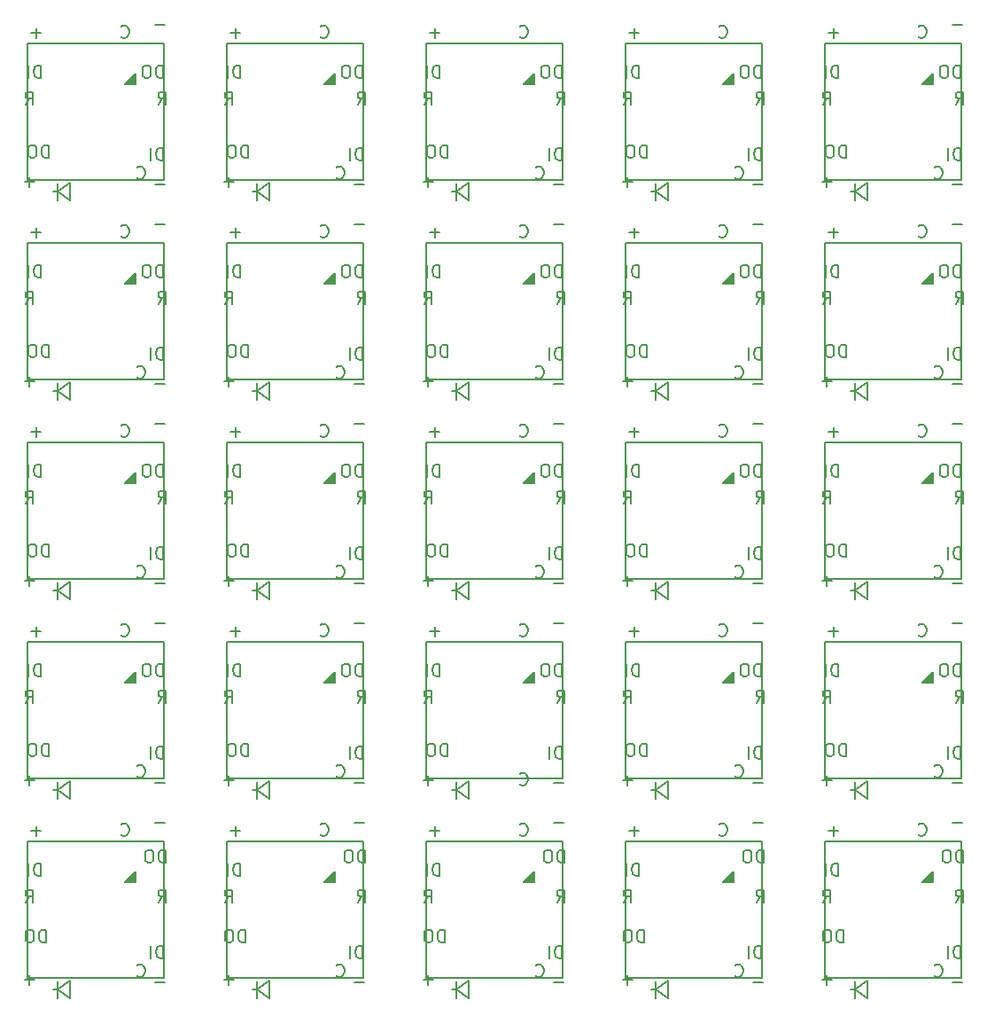
<source format=gbo>
G04 #@! TF.GenerationSoftware,KiCad,Pcbnew,5.1.5+dfsg1-2build2*
G04 #@! TF.CreationDate,2021-01-11T18:30:26+09:00*
G04 #@! TF.ProjectId,suxen,73757865-6e2e-46b6-9963-61645f706362,rev?*
G04 #@! TF.SameCoordinates,Original*
G04 #@! TF.FileFunction,Legend,Bot*
G04 #@! TF.FilePolarity,Positive*
%FSLAX46Y46*%
G04 Gerber Fmt 4.6, Leading zero omitted, Abs format (unit mm)*
G04 Created by KiCad (PCBNEW 5.1.5+dfsg1-2build2) date 2021-01-11 18:30:26*
%MOMM*%
%LPD*%
G04 APERTURE LIST*
%ADD10C,0.200000*%
%ADD11C,0.150000*%
%ADD12R,1.902000X0.922000*%
%ADD13C,1.812000*%
%ADD14C,2.602000*%
%ADD15C,4.102000*%
%ADD16R,1.502000X1.502000*%
%ADD17C,1.502000*%
%ADD18R,1.702000X1.302000*%
%ADD19C,1.902000*%
G04 APERTURE END LIST*
D10*
X135518571Y-41957571D02*
X135575714Y-42014714D01*
X135747142Y-42071857D01*
X135861428Y-42071857D01*
X136032857Y-42014714D01*
X136147142Y-41900428D01*
X136204285Y-41786142D01*
X136261428Y-41557571D01*
X136261428Y-41386142D01*
X136204285Y-41157571D01*
X136147142Y-41043285D01*
X136032857Y-40929000D01*
X135861428Y-40871857D01*
X135747142Y-40871857D01*
X135575714Y-40929000D01*
X135518571Y-40986142D01*
X157175142Y-103590714D02*
X156260857Y-103590714D01*
X138125142Y-103590714D02*
X137210857Y-103590714D01*
X119075142Y-103590714D02*
X118160857Y-103590714D01*
X100025142Y-103590714D02*
X99110857Y-103590714D01*
X80975142Y-103590714D02*
X80060857Y-103590714D01*
X157175142Y-84540714D02*
X156260857Y-84540714D01*
X138125142Y-84540714D02*
X137210857Y-84540714D01*
X119075142Y-84540714D02*
X118160857Y-84540714D01*
X100025142Y-84540714D02*
X99110857Y-84540714D01*
X80975142Y-84540714D02*
X80060857Y-84540714D01*
X157175142Y-65490714D02*
X156260857Y-65490714D01*
X138125142Y-65490714D02*
X137210857Y-65490714D01*
X119075142Y-65490714D02*
X118160857Y-65490714D01*
X100025142Y-65490714D02*
X99110857Y-65490714D01*
X80975142Y-65490714D02*
X80060857Y-65490714D01*
X157175142Y-46440714D02*
X156260857Y-46440714D01*
X138125142Y-46440714D02*
X137210857Y-46440714D01*
X119075142Y-46440714D02*
X118160857Y-46440714D01*
X100025142Y-46440714D02*
X99110857Y-46440714D01*
X145364142Y-104352714D02*
X144449857Y-104352714D01*
X144907000Y-104809857D02*
X144907000Y-103895571D01*
X126314142Y-104352714D02*
X125399857Y-104352714D01*
X125857000Y-104809857D02*
X125857000Y-103895571D01*
X107264142Y-104352714D02*
X106349857Y-104352714D01*
X106807000Y-104809857D02*
X106807000Y-103895571D01*
X88214142Y-104352714D02*
X87299857Y-104352714D01*
X87757000Y-104809857D02*
X87757000Y-103895571D01*
X69164142Y-104352714D02*
X68249857Y-104352714D01*
X68707000Y-104809857D02*
X68707000Y-103895571D01*
X145364142Y-85302714D02*
X144449857Y-85302714D01*
X144907000Y-85759857D02*
X144907000Y-84845571D01*
X126314142Y-85302714D02*
X125399857Y-85302714D01*
X125857000Y-85759857D02*
X125857000Y-84845571D01*
X107264142Y-85302714D02*
X106349857Y-85302714D01*
X106807000Y-85759857D02*
X106807000Y-84845571D01*
X88214142Y-85302714D02*
X87299857Y-85302714D01*
X87757000Y-85759857D02*
X87757000Y-84845571D01*
X69164142Y-85302714D02*
X68249857Y-85302714D01*
X68707000Y-85759857D02*
X68707000Y-84845571D01*
X145364142Y-66252714D02*
X144449857Y-66252714D01*
X144907000Y-66709857D02*
X144907000Y-65795571D01*
X126314142Y-66252714D02*
X125399857Y-66252714D01*
X125857000Y-66709857D02*
X125857000Y-65795571D01*
X107264142Y-66252714D02*
X106349857Y-66252714D01*
X106807000Y-66709857D02*
X106807000Y-65795571D01*
X88214142Y-66252714D02*
X87299857Y-66252714D01*
X87757000Y-66709857D02*
X87757000Y-65795571D01*
X69164142Y-66252714D02*
X68249857Y-66252714D01*
X68707000Y-66709857D02*
X68707000Y-65795571D01*
X145364142Y-47202714D02*
X144449857Y-47202714D01*
X144907000Y-47659857D02*
X144907000Y-46745571D01*
X126314142Y-47202714D02*
X125399857Y-47202714D01*
X125857000Y-47659857D02*
X125857000Y-46745571D01*
X107264142Y-47202714D02*
X106349857Y-47202714D01*
X106807000Y-47659857D02*
X106807000Y-46745571D01*
X88214142Y-47202714D02*
X87299857Y-47202714D01*
X87757000Y-47659857D02*
X87757000Y-46745571D01*
X69164142Y-47202714D02*
X68249857Y-47202714D01*
X68707000Y-47659857D02*
X68707000Y-46745571D01*
X145364142Y-28152714D02*
X144449857Y-28152714D01*
X144907000Y-28609857D02*
X144907000Y-27695571D01*
X126314142Y-28152714D02*
X125399857Y-28152714D01*
X125857000Y-28609857D02*
X125857000Y-27695571D01*
X107264142Y-28152714D02*
X106349857Y-28152714D01*
X106807000Y-28609857D02*
X106807000Y-27695571D01*
X88214142Y-28152714D02*
X87299857Y-28152714D01*
X87757000Y-28609857D02*
X87757000Y-27695571D01*
X157279857Y-107349857D02*
X157279857Y-106149857D01*
X156994142Y-106149857D01*
X156822714Y-106207000D01*
X156708428Y-106321285D01*
X156651285Y-106435571D01*
X156594142Y-106664142D01*
X156594142Y-106835571D01*
X156651285Y-107064142D01*
X156708428Y-107178428D01*
X156822714Y-107292714D01*
X156994142Y-107349857D01*
X157279857Y-107349857D01*
X155851285Y-106149857D02*
X155622714Y-106149857D01*
X155508428Y-106207000D01*
X155394142Y-106321285D01*
X155337000Y-106549857D01*
X155337000Y-106949857D01*
X155394142Y-107178428D01*
X155508428Y-107292714D01*
X155622714Y-107349857D01*
X155851285Y-107349857D01*
X155965571Y-107292714D01*
X156079857Y-107178428D01*
X156137000Y-106949857D01*
X156137000Y-106549857D01*
X156079857Y-106321285D01*
X155965571Y-106207000D01*
X155851285Y-106149857D01*
X138229857Y-107349857D02*
X138229857Y-106149857D01*
X137944142Y-106149857D01*
X137772714Y-106207000D01*
X137658428Y-106321285D01*
X137601285Y-106435571D01*
X137544142Y-106664142D01*
X137544142Y-106835571D01*
X137601285Y-107064142D01*
X137658428Y-107178428D01*
X137772714Y-107292714D01*
X137944142Y-107349857D01*
X138229857Y-107349857D01*
X136801285Y-106149857D02*
X136572714Y-106149857D01*
X136458428Y-106207000D01*
X136344142Y-106321285D01*
X136287000Y-106549857D01*
X136287000Y-106949857D01*
X136344142Y-107178428D01*
X136458428Y-107292714D01*
X136572714Y-107349857D01*
X136801285Y-107349857D01*
X136915571Y-107292714D01*
X137029857Y-107178428D01*
X137087000Y-106949857D01*
X137087000Y-106549857D01*
X137029857Y-106321285D01*
X136915571Y-106207000D01*
X136801285Y-106149857D01*
X119179857Y-107349857D02*
X119179857Y-106149857D01*
X118894142Y-106149857D01*
X118722714Y-106207000D01*
X118608428Y-106321285D01*
X118551285Y-106435571D01*
X118494142Y-106664142D01*
X118494142Y-106835571D01*
X118551285Y-107064142D01*
X118608428Y-107178428D01*
X118722714Y-107292714D01*
X118894142Y-107349857D01*
X119179857Y-107349857D01*
X117751285Y-106149857D02*
X117522714Y-106149857D01*
X117408428Y-106207000D01*
X117294142Y-106321285D01*
X117237000Y-106549857D01*
X117237000Y-106949857D01*
X117294142Y-107178428D01*
X117408428Y-107292714D01*
X117522714Y-107349857D01*
X117751285Y-107349857D01*
X117865571Y-107292714D01*
X117979857Y-107178428D01*
X118037000Y-106949857D01*
X118037000Y-106549857D01*
X117979857Y-106321285D01*
X117865571Y-106207000D01*
X117751285Y-106149857D01*
X100129857Y-107349857D02*
X100129857Y-106149857D01*
X99844142Y-106149857D01*
X99672714Y-106207000D01*
X99558428Y-106321285D01*
X99501285Y-106435571D01*
X99444142Y-106664142D01*
X99444142Y-106835571D01*
X99501285Y-107064142D01*
X99558428Y-107178428D01*
X99672714Y-107292714D01*
X99844142Y-107349857D01*
X100129857Y-107349857D01*
X98701285Y-106149857D02*
X98472714Y-106149857D01*
X98358428Y-106207000D01*
X98244142Y-106321285D01*
X98187000Y-106549857D01*
X98187000Y-106949857D01*
X98244142Y-107178428D01*
X98358428Y-107292714D01*
X98472714Y-107349857D01*
X98701285Y-107349857D01*
X98815571Y-107292714D01*
X98929857Y-107178428D01*
X98987000Y-106949857D01*
X98987000Y-106549857D01*
X98929857Y-106321285D01*
X98815571Y-106207000D01*
X98701285Y-106149857D01*
X81079857Y-107349857D02*
X81079857Y-106149857D01*
X80794142Y-106149857D01*
X80622714Y-106207000D01*
X80508428Y-106321285D01*
X80451285Y-106435571D01*
X80394142Y-106664142D01*
X80394142Y-106835571D01*
X80451285Y-107064142D01*
X80508428Y-107178428D01*
X80622714Y-107292714D01*
X80794142Y-107349857D01*
X81079857Y-107349857D01*
X79651285Y-106149857D02*
X79422714Y-106149857D01*
X79308428Y-106207000D01*
X79194142Y-106321285D01*
X79137000Y-106549857D01*
X79137000Y-106949857D01*
X79194142Y-107178428D01*
X79308428Y-107292714D01*
X79422714Y-107349857D01*
X79651285Y-107349857D01*
X79765571Y-107292714D01*
X79879857Y-107178428D01*
X79937000Y-106949857D01*
X79937000Y-106549857D01*
X79879857Y-106321285D01*
X79765571Y-106207000D01*
X79651285Y-106149857D01*
X157025857Y-89569857D02*
X157025857Y-88369857D01*
X156740142Y-88369857D01*
X156568714Y-88427000D01*
X156454428Y-88541285D01*
X156397285Y-88655571D01*
X156340142Y-88884142D01*
X156340142Y-89055571D01*
X156397285Y-89284142D01*
X156454428Y-89398428D01*
X156568714Y-89512714D01*
X156740142Y-89569857D01*
X157025857Y-89569857D01*
X155597285Y-88369857D02*
X155368714Y-88369857D01*
X155254428Y-88427000D01*
X155140142Y-88541285D01*
X155083000Y-88769857D01*
X155083000Y-89169857D01*
X155140142Y-89398428D01*
X155254428Y-89512714D01*
X155368714Y-89569857D01*
X155597285Y-89569857D01*
X155711571Y-89512714D01*
X155825857Y-89398428D01*
X155883000Y-89169857D01*
X155883000Y-88769857D01*
X155825857Y-88541285D01*
X155711571Y-88427000D01*
X155597285Y-88369857D01*
X137975857Y-89569857D02*
X137975857Y-88369857D01*
X137690142Y-88369857D01*
X137518714Y-88427000D01*
X137404428Y-88541285D01*
X137347285Y-88655571D01*
X137290142Y-88884142D01*
X137290142Y-89055571D01*
X137347285Y-89284142D01*
X137404428Y-89398428D01*
X137518714Y-89512714D01*
X137690142Y-89569857D01*
X137975857Y-89569857D01*
X136547285Y-88369857D02*
X136318714Y-88369857D01*
X136204428Y-88427000D01*
X136090142Y-88541285D01*
X136033000Y-88769857D01*
X136033000Y-89169857D01*
X136090142Y-89398428D01*
X136204428Y-89512714D01*
X136318714Y-89569857D01*
X136547285Y-89569857D01*
X136661571Y-89512714D01*
X136775857Y-89398428D01*
X136833000Y-89169857D01*
X136833000Y-88769857D01*
X136775857Y-88541285D01*
X136661571Y-88427000D01*
X136547285Y-88369857D01*
X118925857Y-89569857D02*
X118925857Y-88369857D01*
X118640142Y-88369857D01*
X118468714Y-88427000D01*
X118354428Y-88541285D01*
X118297285Y-88655571D01*
X118240142Y-88884142D01*
X118240142Y-89055571D01*
X118297285Y-89284142D01*
X118354428Y-89398428D01*
X118468714Y-89512714D01*
X118640142Y-89569857D01*
X118925857Y-89569857D01*
X117497285Y-88369857D02*
X117268714Y-88369857D01*
X117154428Y-88427000D01*
X117040142Y-88541285D01*
X116983000Y-88769857D01*
X116983000Y-89169857D01*
X117040142Y-89398428D01*
X117154428Y-89512714D01*
X117268714Y-89569857D01*
X117497285Y-89569857D01*
X117611571Y-89512714D01*
X117725857Y-89398428D01*
X117783000Y-89169857D01*
X117783000Y-88769857D01*
X117725857Y-88541285D01*
X117611571Y-88427000D01*
X117497285Y-88369857D01*
X99875857Y-89569857D02*
X99875857Y-88369857D01*
X99590142Y-88369857D01*
X99418714Y-88427000D01*
X99304428Y-88541285D01*
X99247285Y-88655571D01*
X99190142Y-88884142D01*
X99190142Y-89055571D01*
X99247285Y-89284142D01*
X99304428Y-89398428D01*
X99418714Y-89512714D01*
X99590142Y-89569857D01*
X99875857Y-89569857D01*
X98447285Y-88369857D02*
X98218714Y-88369857D01*
X98104428Y-88427000D01*
X97990142Y-88541285D01*
X97933000Y-88769857D01*
X97933000Y-89169857D01*
X97990142Y-89398428D01*
X98104428Y-89512714D01*
X98218714Y-89569857D01*
X98447285Y-89569857D01*
X98561571Y-89512714D01*
X98675857Y-89398428D01*
X98733000Y-89169857D01*
X98733000Y-88769857D01*
X98675857Y-88541285D01*
X98561571Y-88427000D01*
X98447285Y-88369857D01*
X80825857Y-89569857D02*
X80825857Y-88369857D01*
X80540142Y-88369857D01*
X80368714Y-88427000D01*
X80254428Y-88541285D01*
X80197285Y-88655571D01*
X80140142Y-88884142D01*
X80140142Y-89055571D01*
X80197285Y-89284142D01*
X80254428Y-89398428D01*
X80368714Y-89512714D01*
X80540142Y-89569857D01*
X80825857Y-89569857D01*
X79397285Y-88369857D02*
X79168714Y-88369857D01*
X79054428Y-88427000D01*
X78940142Y-88541285D01*
X78883000Y-88769857D01*
X78883000Y-89169857D01*
X78940142Y-89398428D01*
X79054428Y-89512714D01*
X79168714Y-89569857D01*
X79397285Y-89569857D01*
X79511571Y-89512714D01*
X79625857Y-89398428D01*
X79683000Y-89169857D01*
X79683000Y-88769857D01*
X79625857Y-88541285D01*
X79511571Y-88427000D01*
X79397285Y-88369857D01*
X157025857Y-70519857D02*
X157025857Y-69319857D01*
X156740142Y-69319857D01*
X156568714Y-69377000D01*
X156454428Y-69491285D01*
X156397285Y-69605571D01*
X156340142Y-69834142D01*
X156340142Y-70005571D01*
X156397285Y-70234142D01*
X156454428Y-70348428D01*
X156568714Y-70462714D01*
X156740142Y-70519857D01*
X157025857Y-70519857D01*
X155597285Y-69319857D02*
X155368714Y-69319857D01*
X155254428Y-69377000D01*
X155140142Y-69491285D01*
X155083000Y-69719857D01*
X155083000Y-70119857D01*
X155140142Y-70348428D01*
X155254428Y-70462714D01*
X155368714Y-70519857D01*
X155597285Y-70519857D01*
X155711571Y-70462714D01*
X155825857Y-70348428D01*
X155883000Y-70119857D01*
X155883000Y-69719857D01*
X155825857Y-69491285D01*
X155711571Y-69377000D01*
X155597285Y-69319857D01*
X137975857Y-70519857D02*
X137975857Y-69319857D01*
X137690142Y-69319857D01*
X137518714Y-69377000D01*
X137404428Y-69491285D01*
X137347285Y-69605571D01*
X137290142Y-69834142D01*
X137290142Y-70005571D01*
X137347285Y-70234142D01*
X137404428Y-70348428D01*
X137518714Y-70462714D01*
X137690142Y-70519857D01*
X137975857Y-70519857D01*
X136547285Y-69319857D02*
X136318714Y-69319857D01*
X136204428Y-69377000D01*
X136090142Y-69491285D01*
X136033000Y-69719857D01*
X136033000Y-70119857D01*
X136090142Y-70348428D01*
X136204428Y-70462714D01*
X136318714Y-70519857D01*
X136547285Y-70519857D01*
X136661571Y-70462714D01*
X136775857Y-70348428D01*
X136833000Y-70119857D01*
X136833000Y-69719857D01*
X136775857Y-69491285D01*
X136661571Y-69377000D01*
X136547285Y-69319857D01*
X118925857Y-70519857D02*
X118925857Y-69319857D01*
X118640142Y-69319857D01*
X118468714Y-69377000D01*
X118354428Y-69491285D01*
X118297285Y-69605571D01*
X118240142Y-69834142D01*
X118240142Y-70005571D01*
X118297285Y-70234142D01*
X118354428Y-70348428D01*
X118468714Y-70462714D01*
X118640142Y-70519857D01*
X118925857Y-70519857D01*
X117497285Y-69319857D02*
X117268714Y-69319857D01*
X117154428Y-69377000D01*
X117040142Y-69491285D01*
X116983000Y-69719857D01*
X116983000Y-70119857D01*
X117040142Y-70348428D01*
X117154428Y-70462714D01*
X117268714Y-70519857D01*
X117497285Y-70519857D01*
X117611571Y-70462714D01*
X117725857Y-70348428D01*
X117783000Y-70119857D01*
X117783000Y-69719857D01*
X117725857Y-69491285D01*
X117611571Y-69377000D01*
X117497285Y-69319857D01*
X99875857Y-70519857D02*
X99875857Y-69319857D01*
X99590142Y-69319857D01*
X99418714Y-69377000D01*
X99304428Y-69491285D01*
X99247285Y-69605571D01*
X99190142Y-69834142D01*
X99190142Y-70005571D01*
X99247285Y-70234142D01*
X99304428Y-70348428D01*
X99418714Y-70462714D01*
X99590142Y-70519857D01*
X99875857Y-70519857D01*
X98447285Y-69319857D02*
X98218714Y-69319857D01*
X98104428Y-69377000D01*
X97990142Y-69491285D01*
X97933000Y-69719857D01*
X97933000Y-70119857D01*
X97990142Y-70348428D01*
X98104428Y-70462714D01*
X98218714Y-70519857D01*
X98447285Y-70519857D01*
X98561571Y-70462714D01*
X98675857Y-70348428D01*
X98733000Y-70119857D01*
X98733000Y-69719857D01*
X98675857Y-69491285D01*
X98561571Y-69377000D01*
X98447285Y-69319857D01*
X80825857Y-70519857D02*
X80825857Y-69319857D01*
X80540142Y-69319857D01*
X80368714Y-69377000D01*
X80254428Y-69491285D01*
X80197285Y-69605571D01*
X80140142Y-69834142D01*
X80140142Y-70005571D01*
X80197285Y-70234142D01*
X80254428Y-70348428D01*
X80368714Y-70462714D01*
X80540142Y-70519857D01*
X80825857Y-70519857D01*
X79397285Y-69319857D02*
X79168714Y-69319857D01*
X79054428Y-69377000D01*
X78940142Y-69491285D01*
X78883000Y-69719857D01*
X78883000Y-70119857D01*
X78940142Y-70348428D01*
X79054428Y-70462714D01*
X79168714Y-70519857D01*
X79397285Y-70519857D01*
X79511571Y-70462714D01*
X79625857Y-70348428D01*
X79683000Y-70119857D01*
X79683000Y-69719857D01*
X79625857Y-69491285D01*
X79511571Y-69377000D01*
X79397285Y-69319857D01*
X157025857Y-51469857D02*
X157025857Y-50269857D01*
X156740142Y-50269857D01*
X156568714Y-50327000D01*
X156454428Y-50441285D01*
X156397285Y-50555571D01*
X156340142Y-50784142D01*
X156340142Y-50955571D01*
X156397285Y-51184142D01*
X156454428Y-51298428D01*
X156568714Y-51412714D01*
X156740142Y-51469857D01*
X157025857Y-51469857D01*
X155597285Y-50269857D02*
X155368714Y-50269857D01*
X155254428Y-50327000D01*
X155140142Y-50441285D01*
X155083000Y-50669857D01*
X155083000Y-51069857D01*
X155140142Y-51298428D01*
X155254428Y-51412714D01*
X155368714Y-51469857D01*
X155597285Y-51469857D01*
X155711571Y-51412714D01*
X155825857Y-51298428D01*
X155883000Y-51069857D01*
X155883000Y-50669857D01*
X155825857Y-50441285D01*
X155711571Y-50327000D01*
X155597285Y-50269857D01*
X137975857Y-51469857D02*
X137975857Y-50269857D01*
X137690142Y-50269857D01*
X137518714Y-50327000D01*
X137404428Y-50441285D01*
X137347285Y-50555571D01*
X137290142Y-50784142D01*
X137290142Y-50955571D01*
X137347285Y-51184142D01*
X137404428Y-51298428D01*
X137518714Y-51412714D01*
X137690142Y-51469857D01*
X137975857Y-51469857D01*
X136547285Y-50269857D02*
X136318714Y-50269857D01*
X136204428Y-50327000D01*
X136090142Y-50441285D01*
X136033000Y-50669857D01*
X136033000Y-51069857D01*
X136090142Y-51298428D01*
X136204428Y-51412714D01*
X136318714Y-51469857D01*
X136547285Y-51469857D01*
X136661571Y-51412714D01*
X136775857Y-51298428D01*
X136833000Y-51069857D01*
X136833000Y-50669857D01*
X136775857Y-50441285D01*
X136661571Y-50327000D01*
X136547285Y-50269857D01*
X118925857Y-51469857D02*
X118925857Y-50269857D01*
X118640142Y-50269857D01*
X118468714Y-50327000D01*
X118354428Y-50441285D01*
X118297285Y-50555571D01*
X118240142Y-50784142D01*
X118240142Y-50955571D01*
X118297285Y-51184142D01*
X118354428Y-51298428D01*
X118468714Y-51412714D01*
X118640142Y-51469857D01*
X118925857Y-51469857D01*
X117497285Y-50269857D02*
X117268714Y-50269857D01*
X117154428Y-50327000D01*
X117040142Y-50441285D01*
X116983000Y-50669857D01*
X116983000Y-51069857D01*
X117040142Y-51298428D01*
X117154428Y-51412714D01*
X117268714Y-51469857D01*
X117497285Y-51469857D01*
X117611571Y-51412714D01*
X117725857Y-51298428D01*
X117783000Y-51069857D01*
X117783000Y-50669857D01*
X117725857Y-50441285D01*
X117611571Y-50327000D01*
X117497285Y-50269857D01*
X99875857Y-51469857D02*
X99875857Y-50269857D01*
X99590142Y-50269857D01*
X99418714Y-50327000D01*
X99304428Y-50441285D01*
X99247285Y-50555571D01*
X99190142Y-50784142D01*
X99190142Y-50955571D01*
X99247285Y-51184142D01*
X99304428Y-51298428D01*
X99418714Y-51412714D01*
X99590142Y-51469857D01*
X99875857Y-51469857D01*
X98447285Y-50269857D02*
X98218714Y-50269857D01*
X98104428Y-50327000D01*
X97990142Y-50441285D01*
X97933000Y-50669857D01*
X97933000Y-51069857D01*
X97990142Y-51298428D01*
X98104428Y-51412714D01*
X98218714Y-51469857D01*
X98447285Y-51469857D01*
X98561571Y-51412714D01*
X98675857Y-51298428D01*
X98733000Y-51069857D01*
X98733000Y-50669857D01*
X98675857Y-50441285D01*
X98561571Y-50327000D01*
X98447285Y-50269857D01*
X80825857Y-51469857D02*
X80825857Y-50269857D01*
X80540142Y-50269857D01*
X80368714Y-50327000D01*
X80254428Y-50441285D01*
X80197285Y-50555571D01*
X80140142Y-50784142D01*
X80140142Y-50955571D01*
X80197285Y-51184142D01*
X80254428Y-51298428D01*
X80368714Y-51412714D01*
X80540142Y-51469857D01*
X80825857Y-51469857D01*
X79397285Y-50269857D02*
X79168714Y-50269857D01*
X79054428Y-50327000D01*
X78940142Y-50441285D01*
X78883000Y-50669857D01*
X78883000Y-51069857D01*
X78940142Y-51298428D01*
X79054428Y-51412714D01*
X79168714Y-51469857D01*
X79397285Y-51469857D01*
X79511571Y-51412714D01*
X79625857Y-51298428D01*
X79683000Y-51069857D01*
X79683000Y-50669857D01*
X79625857Y-50441285D01*
X79511571Y-50327000D01*
X79397285Y-50269857D01*
X157025857Y-32419857D02*
X157025857Y-31219857D01*
X156740142Y-31219857D01*
X156568714Y-31277000D01*
X156454428Y-31391285D01*
X156397285Y-31505571D01*
X156340142Y-31734142D01*
X156340142Y-31905571D01*
X156397285Y-32134142D01*
X156454428Y-32248428D01*
X156568714Y-32362714D01*
X156740142Y-32419857D01*
X157025857Y-32419857D01*
X155597285Y-31219857D02*
X155368714Y-31219857D01*
X155254428Y-31277000D01*
X155140142Y-31391285D01*
X155083000Y-31619857D01*
X155083000Y-32019857D01*
X155140142Y-32248428D01*
X155254428Y-32362714D01*
X155368714Y-32419857D01*
X155597285Y-32419857D01*
X155711571Y-32362714D01*
X155825857Y-32248428D01*
X155883000Y-32019857D01*
X155883000Y-31619857D01*
X155825857Y-31391285D01*
X155711571Y-31277000D01*
X155597285Y-31219857D01*
X137975857Y-32419857D02*
X137975857Y-31219857D01*
X137690142Y-31219857D01*
X137518714Y-31277000D01*
X137404428Y-31391285D01*
X137347285Y-31505571D01*
X137290142Y-31734142D01*
X137290142Y-31905571D01*
X137347285Y-32134142D01*
X137404428Y-32248428D01*
X137518714Y-32362714D01*
X137690142Y-32419857D01*
X137975857Y-32419857D01*
X136547285Y-31219857D02*
X136318714Y-31219857D01*
X136204428Y-31277000D01*
X136090142Y-31391285D01*
X136033000Y-31619857D01*
X136033000Y-32019857D01*
X136090142Y-32248428D01*
X136204428Y-32362714D01*
X136318714Y-32419857D01*
X136547285Y-32419857D01*
X136661571Y-32362714D01*
X136775857Y-32248428D01*
X136833000Y-32019857D01*
X136833000Y-31619857D01*
X136775857Y-31391285D01*
X136661571Y-31277000D01*
X136547285Y-31219857D01*
X118925857Y-32419857D02*
X118925857Y-31219857D01*
X118640142Y-31219857D01*
X118468714Y-31277000D01*
X118354428Y-31391285D01*
X118297285Y-31505571D01*
X118240142Y-31734142D01*
X118240142Y-31905571D01*
X118297285Y-32134142D01*
X118354428Y-32248428D01*
X118468714Y-32362714D01*
X118640142Y-32419857D01*
X118925857Y-32419857D01*
X117497285Y-31219857D02*
X117268714Y-31219857D01*
X117154428Y-31277000D01*
X117040142Y-31391285D01*
X116983000Y-31619857D01*
X116983000Y-32019857D01*
X117040142Y-32248428D01*
X117154428Y-32362714D01*
X117268714Y-32419857D01*
X117497285Y-32419857D01*
X117611571Y-32362714D01*
X117725857Y-32248428D01*
X117783000Y-32019857D01*
X117783000Y-31619857D01*
X117725857Y-31391285D01*
X117611571Y-31277000D01*
X117497285Y-31219857D01*
X99875857Y-32419857D02*
X99875857Y-31219857D01*
X99590142Y-31219857D01*
X99418714Y-31277000D01*
X99304428Y-31391285D01*
X99247285Y-31505571D01*
X99190142Y-31734142D01*
X99190142Y-31905571D01*
X99247285Y-32134142D01*
X99304428Y-32248428D01*
X99418714Y-32362714D01*
X99590142Y-32419857D01*
X99875857Y-32419857D01*
X98447285Y-31219857D02*
X98218714Y-31219857D01*
X98104428Y-31277000D01*
X97990142Y-31391285D01*
X97933000Y-31619857D01*
X97933000Y-32019857D01*
X97990142Y-32248428D01*
X98104428Y-32362714D01*
X98218714Y-32419857D01*
X98447285Y-32419857D01*
X98561571Y-32362714D01*
X98675857Y-32248428D01*
X98733000Y-32019857D01*
X98733000Y-31619857D01*
X98675857Y-31391285D01*
X98561571Y-31277000D01*
X98447285Y-31219857D01*
X145380000Y-108619857D02*
X145380000Y-107419857D01*
X145094285Y-107419857D01*
X144922857Y-107477000D01*
X144808571Y-107591285D01*
X144751428Y-107705571D01*
X144694285Y-107934142D01*
X144694285Y-108105571D01*
X144751428Y-108334142D01*
X144808571Y-108448428D01*
X144922857Y-108562714D01*
X145094285Y-108619857D01*
X145380000Y-108619857D01*
X144180000Y-108619857D02*
X144180000Y-107419857D01*
X126330000Y-108619857D02*
X126330000Y-107419857D01*
X126044285Y-107419857D01*
X125872857Y-107477000D01*
X125758571Y-107591285D01*
X125701428Y-107705571D01*
X125644285Y-107934142D01*
X125644285Y-108105571D01*
X125701428Y-108334142D01*
X125758571Y-108448428D01*
X125872857Y-108562714D01*
X126044285Y-108619857D01*
X126330000Y-108619857D01*
X125130000Y-108619857D02*
X125130000Y-107419857D01*
X107280000Y-108619857D02*
X107280000Y-107419857D01*
X106994285Y-107419857D01*
X106822857Y-107477000D01*
X106708571Y-107591285D01*
X106651428Y-107705571D01*
X106594285Y-107934142D01*
X106594285Y-108105571D01*
X106651428Y-108334142D01*
X106708571Y-108448428D01*
X106822857Y-108562714D01*
X106994285Y-108619857D01*
X107280000Y-108619857D01*
X106080000Y-108619857D02*
X106080000Y-107419857D01*
X88230000Y-108619857D02*
X88230000Y-107419857D01*
X87944285Y-107419857D01*
X87772857Y-107477000D01*
X87658571Y-107591285D01*
X87601428Y-107705571D01*
X87544285Y-107934142D01*
X87544285Y-108105571D01*
X87601428Y-108334142D01*
X87658571Y-108448428D01*
X87772857Y-108562714D01*
X87944285Y-108619857D01*
X88230000Y-108619857D01*
X87030000Y-108619857D02*
X87030000Y-107419857D01*
X69180000Y-108619857D02*
X69180000Y-107419857D01*
X68894285Y-107419857D01*
X68722857Y-107477000D01*
X68608571Y-107591285D01*
X68551428Y-107705571D01*
X68494285Y-107934142D01*
X68494285Y-108105571D01*
X68551428Y-108334142D01*
X68608571Y-108448428D01*
X68722857Y-108562714D01*
X68894285Y-108619857D01*
X69180000Y-108619857D01*
X67980000Y-108619857D02*
X67980000Y-107419857D01*
X145380000Y-89569857D02*
X145380000Y-88369857D01*
X145094285Y-88369857D01*
X144922857Y-88427000D01*
X144808571Y-88541285D01*
X144751428Y-88655571D01*
X144694285Y-88884142D01*
X144694285Y-89055571D01*
X144751428Y-89284142D01*
X144808571Y-89398428D01*
X144922857Y-89512714D01*
X145094285Y-89569857D01*
X145380000Y-89569857D01*
X144180000Y-89569857D02*
X144180000Y-88369857D01*
X126330000Y-89569857D02*
X126330000Y-88369857D01*
X126044285Y-88369857D01*
X125872857Y-88427000D01*
X125758571Y-88541285D01*
X125701428Y-88655571D01*
X125644285Y-88884142D01*
X125644285Y-89055571D01*
X125701428Y-89284142D01*
X125758571Y-89398428D01*
X125872857Y-89512714D01*
X126044285Y-89569857D01*
X126330000Y-89569857D01*
X125130000Y-89569857D02*
X125130000Y-88369857D01*
X107280000Y-89569857D02*
X107280000Y-88369857D01*
X106994285Y-88369857D01*
X106822857Y-88427000D01*
X106708571Y-88541285D01*
X106651428Y-88655571D01*
X106594285Y-88884142D01*
X106594285Y-89055571D01*
X106651428Y-89284142D01*
X106708571Y-89398428D01*
X106822857Y-89512714D01*
X106994285Y-89569857D01*
X107280000Y-89569857D01*
X106080000Y-89569857D02*
X106080000Y-88369857D01*
X88230000Y-89569857D02*
X88230000Y-88369857D01*
X87944285Y-88369857D01*
X87772857Y-88427000D01*
X87658571Y-88541285D01*
X87601428Y-88655571D01*
X87544285Y-88884142D01*
X87544285Y-89055571D01*
X87601428Y-89284142D01*
X87658571Y-89398428D01*
X87772857Y-89512714D01*
X87944285Y-89569857D01*
X88230000Y-89569857D01*
X87030000Y-89569857D02*
X87030000Y-88369857D01*
X69180000Y-89569857D02*
X69180000Y-88369857D01*
X68894285Y-88369857D01*
X68722857Y-88427000D01*
X68608571Y-88541285D01*
X68551428Y-88655571D01*
X68494285Y-88884142D01*
X68494285Y-89055571D01*
X68551428Y-89284142D01*
X68608571Y-89398428D01*
X68722857Y-89512714D01*
X68894285Y-89569857D01*
X69180000Y-89569857D01*
X67980000Y-89569857D02*
X67980000Y-88369857D01*
X145380000Y-70519857D02*
X145380000Y-69319857D01*
X145094285Y-69319857D01*
X144922857Y-69377000D01*
X144808571Y-69491285D01*
X144751428Y-69605571D01*
X144694285Y-69834142D01*
X144694285Y-70005571D01*
X144751428Y-70234142D01*
X144808571Y-70348428D01*
X144922857Y-70462714D01*
X145094285Y-70519857D01*
X145380000Y-70519857D01*
X144180000Y-70519857D02*
X144180000Y-69319857D01*
X126330000Y-70519857D02*
X126330000Y-69319857D01*
X126044285Y-69319857D01*
X125872857Y-69377000D01*
X125758571Y-69491285D01*
X125701428Y-69605571D01*
X125644285Y-69834142D01*
X125644285Y-70005571D01*
X125701428Y-70234142D01*
X125758571Y-70348428D01*
X125872857Y-70462714D01*
X126044285Y-70519857D01*
X126330000Y-70519857D01*
X125130000Y-70519857D02*
X125130000Y-69319857D01*
X107280000Y-70519857D02*
X107280000Y-69319857D01*
X106994285Y-69319857D01*
X106822857Y-69377000D01*
X106708571Y-69491285D01*
X106651428Y-69605571D01*
X106594285Y-69834142D01*
X106594285Y-70005571D01*
X106651428Y-70234142D01*
X106708571Y-70348428D01*
X106822857Y-70462714D01*
X106994285Y-70519857D01*
X107280000Y-70519857D01*
X106080000Y-70519857D02*
X106080000Y-69319857D01*
X88230000Y-70519857D02*
X88230000Y-69319857D01*
X87944285Y-69319857D01*
X87772857Y-69377000D01*
X87658571Y-69491285D01*
X87601428Y-69605571D01*
X87544285Y-69834142D01*
X87544285Y-70005571D01*
X87601428Y-70234142D01*
X87658571Y-70348428D01*
X87772857Y-70462714D01*
X87944285Y-70519857D01*
X88230000Y-70519857D01*
X87030000Y-70519857D02*
X87030000Y-69319857D01*
X69180000Y-70519857D02*
X69180000Y-69319857D01*
X68894285Y-69319857D01*
X68722857Y-69377000D01*
X68608571Y-69491285D01*
X68551428Y-69605571D01*
X68494285Y-69834142D01*
X68494285Y-70005571D01*
X68551428Y-70234142D01*
X68608571Y-70348428D01*
X68722857Y-70462714D01*
X68894285Y-70519857D01*
X69180000Y-70519857D01*
X67980000Y-70519857D02*
X67980000Y-69319857D01*
X145380000Y-51469857D02*
X145380000Y-50269857D01*
X145094285Y-50269857D01*
X144922857Y-50327000D01*
X144808571Y-50441285D01*
X144751428Y-50555571D01*
X144694285Y-50784142D01*
X144694285Y-50955571D01*
X144751428Y-51184142D01*
X144808571Y-51298428D01*
X144922857Y-51412714D01*
X145094285Y-51469857D01*
X145380000Y-51469857D01*
X144180000Y-51469857D02*
X144180000Y-50269857D01*
X126330000Y-51469857D02*
X126330000Y-50269857D01*
X126044285Y-50269857D01*
X125872857Y-50327000D01*
X125758571Y-50441285D01*
X125701428Y-50555571D01*
X125644285Y-50784142D01*
X125644285Y-50955571D01*
X125701428Y-51184142D01*
X125758571Y-51298428D01*
X125872857Y-51412714D01*
X126044285Y-51469857D01*
X126330000Y-51469857D01*
X125130000Y-51469857D02*
X125130000Y-50269857D01*
X107280000Y-51469857D02*
X107280000Y-50269857D01*
X106994285Y-50269857D01*
X106822857Y-50327000D01*
X106708571Y-50441285D01*
X106651428Y-50555571D01*
X106594285Y-50784142D01*
X106594285Y-50955571D01*
X106651428Y-51184142D01*
X106708571Y-51298428D01*
X106822857Y-51412714D01*
X106994285Y-51469857D01*
X107280000Y-51469857D01*
X106080000Y-51469857D02*
X106080000Y-50269857D01*
X88230000Y-51469857D02*
X88230000Y-50269857D01*
X87944285Y-50269857D01*
X87772857Y-50327000D01*
X87658571Y-50441285D01*
X87601428Y-50555571D01*
X87544285Y-50784142D01*
X87544285Y-50955571D01*
X87601428Y-51184142D01*
X87658571Y-51298428D01*
X87772857Y-51412714D01*
X87944285Y-51469857D01*
X88230000Y-51469857D01*
X87030000Y-51469857D02*
X87030000Y-50269857D01*
X69180000Y-51469857D02*
X69180000Y-50269857D01*
X68894285Y-50269857D01*
X68722857Y-50327000D01*
X68608571Y-50441285D01*
X68551428Y-50555571D01*
X68494285Y-50784142D01*
X68494285Y-50955571D01*
X68551428Y-51184142D01*
X68608571Y-51298428D01*
X68722857Y-51412714D01*
X68894285Y-51469857D01*
X69180000Y-51469857D01*
X67980000Y-51469857D02*
X67980000Y-50269857D01*
X145380000Y-32419857D02*
X145380000Y-31219857D01*
X145094285Y-31219857D01*
X144922857Y-31277000D01*
X144808571Y-31391285D01*
X144751428Y-31505571D01*
X144694285Y-31734142D01*
X144694285Y-31905571D01*
X144751428Y-32134142D01*
X144808571Y-32248428D01*
X144922857Y-32362714D01*
X145094285Y-32419857D01*
X145380000Y-32419857D01*
X144180000Y-32419857D02*
X144180000Y-31219857D01*
X126330000Y-32419857D02*
X126330000Y-31219857D01*
X126044285Y-31219857D01*
X125872857Y-31277000D01*
X125758571Y-31391285D01*
X125701428Y-31505571D01*
X125644285Y-31734142D01*
X125644285Y-31905571D01*
X125701428Y-32134142D01*
X125758571Y-32248428D01*
X125872857Y-32362714D01*
X126044285Y-32419857D01*
X126330000Y-32419857D01*
X125130000Y-32419857D02*
X125130000Y-31219857D01*
X107280000Y-32419857D02*
X107280000Y-31219857D01*
X106994285Y-31219857D01*
X106822857Y-31277000D01*
X106708571Y-31391285D01*
X106651428Y-31505571D01*
X106594285Y-31734142D01*
X106594285Y-31905571D01*
X106651428Y-32134142D01*
X106708571Y-32248428D01*
X106822857Y-32362714D01*
X106994285Y-32419857D01*
X107280000Y-32419857D01*
X106080000Y-32419857D02*
X106080000Y-31219857D01*
X88230000Y-32419857D02*
X88230000Y-31219857D01*
X87944285Y-31219857D01*
X87772857Y-31277000D01*
X87658571Y-31391285D01*
X87601428Y-31505571D01*
X87544285Y-31734142D01*
X87544285Y-31905571D01*
X87601428Y-32134142D01*
X87658571Y-32248428D01*
X87772857Y-32362714D01*
X87944285Y-32419857D01*
X88230000Y-32419857D01*
X87030000Y-32419857D02*
X87030000Y-31219857D01*
X157064000Y-116493857D02*
X157064000Y-115293857D01*
X156778285Y-115293857D01*
X156606857Y-115351000D01*
X156492571Y-115465285D01*
X156435428Y-115579571D01*
X156378285Y-115808142D01*
X156378285Y-115979571D01*
X156435428Y-116208142D01*
X156492571Y-116322428D01*
X156606857Y-116436714D01*
X156778285Y-116493857D01*
X157064000Y-116493857D01*
X155864000Y-116493857D02*
X155864000Y-115293857D01*
X138014000Y-116493857D02*
X138014000Y-115293857D01*
X137728285Y-115293857D01*
X137556857Y-115351000D01*
X137442571Y-115465285D01*
X137385428Y-115579571D01*
X137328285Y-115808142D01*
X137328285Y-115979571D01*
X137385428Y-116208142D01*
X137442571Y-116322428D01*
X137556857Y-116436714D01*
X137728285Y-116493857D01*
X138014000Y-116493857D01*
X136814000Y-116493857D02*
X136814000Y-115293857D01*
X118964000Y-116493857D02*
X118964000Y-115293857D01*
X118678285Y-115293857D01*
X118506857Y-115351000D01*
X118392571Y-115465285D01*
X118335428Y-115579571D01*
X118278285Y-115808142D01*
X118278285Y-115979571D01*
X118335428Y-116208142D01*
X118392571Y-116322428D01*
X118506857Y-116436714D01*
X118678285Y-116493857D01*
X118964000Y-116493857D01*
X117764000Y-116493857D02*
X117764000Y-115293857D01*
X99914000Y-116493857D02*
X99914000Y-115293857D01*
X99628285Y-115293857D01*
X99456857Y-115351000D01*
X99342571Y-115465285D01*
X99285428Y-115579571D01*
X99228285Y-115808142D01*
X99228285Y-115979571D01*
X99285428Y-116208142D01*
X99342571Y-116322428D01*
X99456857Y-116436714D01*
X99628285Y-116493857D01*
X99914000Y-116493857D01*
X98714000Y-116493857D02*
X98714000Y-115293857D01*
X80864000Y-116493857D02*
X80864000Y-115293857D01*
X80578285Y-115293857D01*
X80406857Y-115351000D01*
X80292571Y-115465285D01*
X80235428Y-115579571D01*
X80178285Y-115808142D01*
X80178285Y-115979571D01*
X80235428Y-116208142D01*
X80292571Y-116322428D01*
X80406857Y-116436714D01*
X80578285Y-116493857D01*
X80864000Y-116493857D01*
X79664000Y-116493857D02*
X79664000Y-115293857D01*
X157064000Y-97443857D02*
X157064000Y-96243857D01*
X156778285Y-96243857D01*
X156606857Y-96301000D01*
X156492571Y-96415285D01*
X156435428Y-96529571D01*
X156378285Y-96758142D01*
X156378285Y-96929571D01*
X156435428Y-97158142D01*
X156492571Y-97272428D01*
X156606857Y-97386714D01*
X156778285Y-97443857D01*
X157064000Y-97443857D01*
X155864000Y-97443857D02*
X155864000Y-96243857D01*
X138014000Y-97443857D02*
X138014000Y-96243857D01*
X137728285Y-96243857D01*
X137556857Y-96301000D01*
X137442571Y-96415285D01*
X137385428Y-96529571D01*
X137328285Y-96758142D01*
X137328285Y-96929571D01*
X137385428Y-97158142D01*
X137442571Y-97272428D01*
X137556857Y-97386714D01*
X137728285Y-97443857D01*
X138014000Y-97443857D01*
X136814000Y-97443857D02*
X136814000Y-96243857D01*
X118964000Y-97443857D02*
X118964000Y-96243857D01*
X118678285Y-96243857D01*
X118506857Y-96301000D01*
X118392571Y-96415285D01*
X118335428Y-96529571D01*
X118278285Y-96758142D01*
X118278285Y-96929571D01*
X118335428Y-97158142D01*
X118392571Y-97272428D01*
X118506857Y-97386714D01*
X118678285Y-97443857D01*
X118964000Y-97443857D01*
X117764000Y-97443857D02*
X117764000Y-96243857D01*
X99914000Y-97443857D02*
X99914000Y-96243857D01*
X99628285Y-96243857D01*
X99456857Y-96301000D01*
X99342571Y-96415285D01*
X99285428Y-96529571D01*
X99228285Y-96758142D01*
X99228285Y-96929571D01*
X99285428Y-97158142D01*
X99342571Y-97272428D01*
X99456857Y-97386714D01*
X99628285Y-97443857D01*
X99914000Y-97443857D01*
X98714000Y-97443857D02*
X98714000Y-96243857D01*
X80864000Y-97443857D02*
X80864000Y-96243857D01*
X80578285Y-96243857D01*
X80406857Y-96301000D01*
X80292571Y-96415285D01*
X80235428Y-96529571D01*
X80178285Y-96758142D01*
X80178285Y-96929571D01*
X80235428Y-97158142D01*
X80292571Y-97272428D01*
X80406857Y-97386714D01*
X80578285Y-97443857D01*
X80864000Y-97443857D01*
X79664000Y-97443857D02*
X79664000Y-96243857D01*
X157064000Y-78393857D02*
X157064000Y-77193857D01*
X156778285Y-77193857D01*
X156606857Y-77251000D01*
X156492571Y-77365285D01*
X156435428Y-77479571D01*
X156378285Y-77708142D01*
X156378285Y-77879571D01*
X156435428Y-78108142D01*
X156492571Y-78222428D01*
X156606857Y-78336714D01*
X156778285Y-78393857D01*
X157064000Y-78393857D01*
X155864000Y-78393857D02*
X155864000Y-77193857D01*
X138014000Y-78393857D02*
X138014000Y-77193857D01*
X137728285Y-77193857D01*
X137556857Y-77251000D01*
X137442571Y-77365285D01*
X137385428Y-77479571D01*
X137328285Y-77708142D01*
X137328285Y-77879571D01*
X137385428Y-78108142D01*
X137442571Y-78222428D01*
X137556857Y-78336714D01*
X137728285Y-78393857D01*
X138014000Y-78393857D01*
X136814000Y-78393857D02*
X136814000Y-77193857D01*
X118964000Y-78393857D02*
X118964000Y-77193857D01*
X118678285Y-77193857D01*
X118506857Y-77251000D01*
X118392571Y-77365285D01*
X118335428Y-77479571D01*
X118278285Y-77708142D01*
X118278285Y-77879571D01*
X118335428Y-78108142D01*
X118392571Y-78222428D01*
X118506857Y-78336714D01*
X118678285Y-78393857D01*
X118964000Y-78393857D01*
X117764000Y-78393857D02*
X117764000Y-77193857D01*
X99914000Y-78393857D02*
X99914000Y-77193857D01*
X99628285Y-77193857D01*
X99456857Y-77251000D01*
X99342571Y-77365285D01*
X99285428Y-77479571D01*
X99228285Y-77708142D01*
X99228285Y-77879571D01*
X99285428Y-78108142D01*
X99342571Y-78222428D01*
X99456857Y-78336714D01*
X99628285Y-78393857D01*
X99914000Y-78393857D01*
X98714000Y-78393857D02*
X98714000Y-77193857D01*
X80864000Y-78393857D02*
X80864000Y-77193857D01*
X80578285Y-77193857D01*
X80406857Y-77251000D01*
X80292571Y-77365285D01*
X80235428Y-77479571D01*
X80178285Y-77708142D01*
X80178285Y-77879571D01*
X80235428Y-78108142D01*
X80292571Y-78222428D01*
X80406857Y-78336714D01*
X80578285Y-78393857D01*
X80864000Y-78393857D01*
X79664000Y-78393857D02*
X79664000Y-77193857D01*
X157064000Y-59343857D02*
X157064000Y-58143857D01*
X156778285Y-58143857D01*
X156606857Y-58201000D01*
X156492571Y-58315285D01*
X156435428Y-58429571D01*
X156378285Y-58658142D01*
X156378285Y-58829571D01*
X156435428Y-59058142D01*
X156492571Y-59172428D01*
X156606857Y-59286714D01*
X156778285Y-59343857D01*
X157064000Y-59343857D01*
X155864000Y-59343857D02*
X155864000Y-58143857D01*
X138014000Y-59343857D02*
X138014000Y-58143857D01*
X137728285Y-58143857D01*
X137556857Y-58201000D01*
X137442571Y-58315285D01*
X137385428Y-58429571D01*
X137328285Y-58658142D01*
X137328285Y-58829571D01*
X137385428Y-59058142D01*
X137442571Y-59172428D01*
X137556857Y-59286714D01*
X137728285Y-59343857D01*
X138014000Y-59343857D01*
X136814000Y-59343857D02*
X136814000Y-58143857D01*
X118964000Y-59343857D02*
X118964000Y-58143857D01*
X118678285Y-58143857D01*
X118506857Y-58201000D01*
X118392571Y-58315285D01*
X118335428Y-58429571D01*
X118278285Y-58658142D01*
X118278285Y-58829571D01*
X118335428Y-59058142D01*
X118392571Y-59172428D01*
X118506857Y-59286714D01*
X118678285Y-59343857D01*
X118964000Y-59343857D01*
X117764000Y-59343857D02*
X117764000Y-58143857D01*
X99914000Y-59343857D02*
X99914000Y-58143857D01*
X99628285Y-58143857D01*
X99456857Y-58201000D01*
X99342571Y-58315285D01*
X99285428Y-58429571D01*
X99228285Y-58658142D01*
X99228285Y-58829571D01*
X99285428Y-59058142D01*
X99342571Y-59172428D01*
X99456857Y-59286714D01*
X99628285Y-59343857D01*
X99914000Y-59343857D01*
X98714000Y-59343857D02*
X98714000Y-58143857D01*
X80864000Y-59343857D02*
X80864000Y-58143857D01*
X80578285Y-58143857D01*
X80406857Y-58201000D01*
X80292571Y-58315285D01*
X80235428Y-58429571D01*
X80178285Y-58658142D01*
X80178285Y-58829571D01*
X80235428Y-59058142D01*
X80292571Y-59172428D01*
X80406857Y-59286714D01*
X80578285Y-59343857D01*
X80864000Y-59343857D01*
X79664000Y-59343857D02*
X79664000Y-58143857D01*
X157064000Y-40293857D02*
X157064000Y-39093857D01*
X156778285Y-39093857D01*
X156606857Y-39151000D01*
X156492571Y-39265285D01*
X156435428Y-39379571D01*
X156378285Y-39608142D01*
X156378285Y-39779571D01*
X156435428Y-40008142D01*
X156492571Y-40122428D01*
X156606857Y-40236714D01*
X156778285Y-40293857D01*
X157064000Y-40293857D01*
X155864000Y-40293857D02*
X155864000Y-39093857D01*
X138014000Y-40293857D02*
X138014000Y-39093857D01*
X137728285Y-39093857D01*
X137556857Y-39151000D01*
X137442571Y-39265285D01*
X137385428Y-39379571D01*
X137328285Y-39608142D01*
X137328285Y-39779571D01*
X137385428Y-40008142D01*
X137442571Y-40122428D01*
X137556857Y-40236714D01*
X137728285Y-40293857D01*
X138014000Y-40293857D01*
X136814000Y-40293857D02*
X136814000Y-39093857D01*
X118964000Y-40293857D02*
X118964000Y-39093857D01*
X118678285Y-39093857D01*
X118506857Y-39151000D01*
X118392571Y-39265285D01*
X118335428Y-39379571D01*
X118278285Y-39608142D01*
X118278285Y-39779571D01*
X118335428Y-40008142D01*
X118392571Y-40122428D01*
X118506857Y-40236714D01*
X118678285Y-40293857D01*
X118964000Y-40293857D01*
X117764000Y-40293857D02*
X117764000Y-39093857D01*
X99914000Y-40293857D02*
X99914000Y-39093857D01*
X99628285Y-39093857D01*
X99456857Y-39151000D01*
X99342571Y-39265285D01*
X99285428Y-39379571D01*
X99228285Y-39608142D01*
X99228285Y-39779571D01*
X99285428Y-40008142D01*
X99342571Y-40122428D01*
X99456857Y-40236714D01*
X99628285Y-40293857D01*
X99914000Y-40293857D01*
X98714000Y-40293857D02*
X98714000Y-39093857D01*
X157175142Y-118830714D02*
X156260857Y-118830714D01*
X138125142Y-118830714D02*
X137210857Y-118830714D01*
X119075142Y-118830714D02*
X118160857Y-118830714D01*
X100025142Y-118830714D02*
X99110857Y-118830714D01*
X80975142Y-118830714D02*
X80060857Y-118830714D01*
X157175142Y-99780714D02*
X156260857Y-99780714D01*
X138125142Y-99780714D02*
X137210857Y-99780714D01*
X119075142Y-99780714D02*
X118160857Y-99780714D01*
X100025142Y-99780714D02*
X99110857Y-99780714D01*
X80975142Y-99780714D02*
X80060857Y-99780714D01*
X157175142Y-80730714D02*
X156260857Y-80730714D01*
X138125142Y-80730714D02*
X137210857Y-80730714D01*
X119075142Y-80730714D02*
X118160857Y-80730714D01*
X100025142Y-80730714D02*
X99110857Y-80730714D01*
X80975142Y-80730714D02*
X80060857Y-80730714D01*
X157175142Y-61680714D02*
X156260857Y-61680714D01*
X138125142Y-61680714D02*
X137210857Y-61680714D01*
X119075142Y-61680714D02*
X118160857Y-61680714D01*
X100025142Y-61680714D02*
X99110857Y-61680714D01*
X80975142Y-61680714D02*
X80060857Y-61680714D01*
X157175142Y-42630714D02*
X156260857Y-42630714D01*
X138125142Y-42630714D02*
X137210857Y-42630714D01*
X119075142Y-42630714D02*
X118160857Y-42630714D01*
X100025142Y-42630714D02*
X99110857Y-42630714D01*
X156600571Y-111159857D02*
X157000571Y-110588428D01*
X157286285Y-111159857D02*
X157286285Y-109959857D01*
X156829142Y-109959857D01*
X156714857Y-110017000D01*
X156657714Y-110074142D01*
X156600571Y-110188428D01*
X156600571Y-110359857D01*
X156657714Y-110474142D01*
X156714857Y-110531285D01*
X156829142Y-110588428D01*
X157286285Y-110588428D01*
X137550571Y-111159857D02*
X137950571Y-110588428D01*
X138236285Y-111159857D02*
X138236285Y-109959857D01*
X137779142Y-109959857D01*
X137664857Y-110017000D01*
X137607714Y-110074142D01*
X137550571Y-110188428D01*
X137550571Y-110359857D01*
X137607714Y-110474142D01*
X137664857Y-110531285D01*
X137779142Y-110588428D01*
X138236285Y-110588428D01*
X118500571Y-111159857D02*
X118900571Y-110588428D01*
X119186285Y-111159857D02*
X119186285Y-109959857D01*
X118729142Y-109959857D01*
X118614857Y-110017000D01*
X118557714Y-110074142D01*
X118500571Y-110188428D01*
X118500571Y-110359857D01*
X118557714Y-110474142D01*
X118614857Y-110531285D01*
X118729142Y-110588428D01*
X119186285Y-110588428D01*
X99450571Y-111159857D02*
X99850571Y-110588428D01*
X100136285Y-111159857D02*
X100136285Y-109959857D01*
X99679142Y-109959857D01*
X99564857Y-110017000D01*
X99507714Y-110074142D01*
X99450571Y-110188428D01*
X99450571Y-110359857D01*
X99507714Y-110474142D01*
X99564857Y-110531285D01*
X99679142Y-110588428D01*
X100136285Y-110588428D01*
X80400571Y-111159857D02*
X80800571Y-110588428D01*
X81086285Y-111159857D02*
X81086285Y-109959857D01*
X80629142Y-109959857D01*
X80514857Y-110017000D01*
X80457714Y-110074142D01*
X80400571Y-110188428D01*
X80400571Y-110359857D01*
X80457714Y-110474142D01*
X80514857Y-110531285D01*
X80629142Y-110588428D01*
X81086285Y-110588428D01*
X156600571Y-92109857D02*
X157000571Y-91538428D01*
X157286285Y-92109857D02*
X157286285Y-90909857D01*
X156829142Y-90909857D01*
X156714857Y-90967000D01*
X156657714Y-91024142D01*
X156600571Y-91138428D01*
X156600571Y-91309857D01*
X156657714Y-91424142D01*
X156714857Y-91481285D01*
X156829142Y-91538428D01*
X157286285Y-91538428D01*
X137550571Y-92109857D02*
X137950571Y-91538428D01*
X138236285Y-92109857D02*
X138236285Y-90909857D01*
X137779142Y-90909857D01*
X137664857Y-90967000D01*
X137607714Y-91024142D01*
X137550571Y-91138428D01*
X137550571Y-91309857D01*
X137607714Y-91424142D01*
X137664857Y-91481285D01*
X137779142Y-91538428D01*
X138236285Y-91538428D01*
X118500571Y-92109857D02*
X118900571Y-91538428D01*
X119186285Y-92109857D02*
X119186285Y-90909857D01*
X118729142Y-90909857D01*
X118614857Y-90967000D01*
X118557714Y-91024142D01*
X118500571Y-91138428D01*
X118500571Y-91309857D01*
X118557714Y-91424142D01*
X118614857Y-91481285D01*
X118729142Y-91538428D01*
X119186285Y-91538428D01*
X99450571Y-92109857D02*
X99850571Y-91538428D01*
X100136285Y-92109857D02*
X100136285Y-90909857D01*
X99679142Y-90909857D01*
X99564857Y-90967000D01*
X99507714Y-91024142D01*
X99450571Y-91138428D01*
X99450571Y-91309857D01*
X99507714Y-91424142D01*
X99564857Y-91481285D01*
X99679142Y-91538428D01*
X100136285Y-91538428D01*
X80400571Y-92109857D02*
X80800571Y-91538428D01*
X81086285Y-92109857D02*
X81086285Y-90909857D01*
X80629142Y-90909857D01*
X80514857Y-90967000D01*
X80457714Y-91024142D01*
X80400571Y-91138428D01*
X80400571Y-91309857D01*
X80457714Y-91424142D01*
X80514857Y-91481285D01*
X80629142Y-91538428D01*
X81086285Y-91538428D01*
X156600571Y-73059857D02*
X157000571Y-72488428D01*
X157286285Y-73059857D02*
X157286285Y-71859857D01*
X156829142Y-71859857D01*
X156714857Y-71917000D01*
X156657714Y-71974142D01*
X156600571Y-72088428D01*
X156600571Y-72259857D01*
X156657714Y-72374142D01*
X156714857Y-72431285D01*
X156829142Y-72488428D01*
X157286285Y-72488428D01*
X137550571Y-73059857D02*
X137950571Y-72488428D01*
X138236285Y-73059857D02*
X138236285Y-71859857D01*
X137779142Y-71859857D01*
X137664857Y-71917000D01*
X137607714Y-71974142D01*
X137550571Y-72088428D01*
X137550571Y-72259857D01*
X137607714Y-72374142D01*
X137664857Y-72431285D01*
X137779142Y-72488428D01*
X138236285Y-72488428D01*
X118500571Y-73059857D02*
X118900571Y-72488428D01*
X119186285Y-73059857D02*
X119186285Y-71859857D01*
X118729142Y-71859857D01*
X118614857Y-71917000D01*
X118557714Y-71974142D01*
X118500571Y-72088428D01*
X118500571Y-72259857D01*
X118557714Y-72374142D01*
X118614857Y-72431285D01*
X118729142Y-72488428D01*
X119186285Y-72488428D01*
X99450571Y-73059857D02*
X99850571Y-72488428D01*
X100136285Y-73059857D02*
X100136285Y-71859857D01*
X99679142Y-71859857D01*
X99564857Y-71917000D01*
X99507714Y-71974142D01*
X99450571Y-72088428D01*
X99450571Y-72259857D01*
X99507714Y-72374142D01*
X99564857Y-72431285D01*
X99679142Y-72488428D01*
X100136285Y-72488428D01*
X80400571Y-73059857D02*
X80800571Y-72488428D01*
X81086285Y-73059857D02*
X81086285Y-71859857D01*
X80629142Y-71859857D01*
X80514857Y-71917000D01*
X80457714Y-71974142D01*
X80400571Y-72088428D01*
X80400571Y-72259857D01*
X80457714Y-72374142D01*
X80514857Y-72431285D01*
X80629142Y-72488428D01*
X81086285Y-72488428D01*
X156600571Y-54009857D02*
X157000571Y-53438428D01*
X157286285Y-54009857D02*
X157286285Y-52809857D01*
X156829142Y-52809857D01*
X156714857Y-52867000D01*
X156657714Y-52924142D01*
X156600571Y-53038428D01*
X156600571Y-53209857D01*
X156657714Y-53324142D01*
X156714857Y-53381285D01*
X156829142Y-53438428D01*
X157286285Y-53438428D01*
X137550571Y-54009857D02*
X137950571Y-53438428D01*
X138236285Y-54009857D02*
X138236285Y-52809857D01*
X137779142Y-52809857D01*
X137664857Y-52867000D01*
X137607714Y-52924142D01*
X137550571Y-53038428D01*
X137550571Y-53209857D01*
X137607714Y-53324142D01*
X137664857Y-53381285D01*
X137779142Y-53438428D01*
X138236285Y-53438428D01*
X118500571Y-54009857D02*
X118900571Y-53438428D01*
X119186285Y-54009857D02*
X119186285Y-52809857D01*
X118729142Y-52809857D01*
X118614857Y-52867000D01*
X118557714Y-52924142D01*
X118500571Y-53038428D01*
X118500571Y-53209857D01*
X118557714Y-53324142D01*
X118614857Y-53381285D01*
X118729142Y-53438428D01*
X119186285Y-53438428D01*
X99450571Y-54009857D02*
X99850571Y-53438428D01*
X100136285Y-54009857D02*
X100136285Y-52809857D01*
X99679142Y-52809857D01*
X99564857Y-52867000D01*
X99507714Y-52924142D01*
X99450571Y-53038428D01*
X99450571Y-53209857D01*
X99507714Y-53324142D01*
X99564857Y-53381285D01*
X99679142Y-53438428D01*
X100136285Y-53438428D01*
X80400571Y-54009857D02*
X80800571Y-53438428D01*
X81086285Y-54009857D02*
X81086285Y-52809857D01*
X80629142Y-52809857D01*
X80514857Y-52867000D01*
X80457714Y-52924142D01*
X80400571Y-53038428D01*
X80400571Y-53209857D01*
X80457714Y-53324142D01*
X80514857Y-53381285D01*
X80629142Y-53438428D01*
X81086285Y-53438428D01*
X156600571Y-34959857D02*
X157000571Y-34388428D01*
X157286285Y-34959857D02*
X157286285Y-33759857D01*
X156829142Y-33759857D01*
X156714857Y-33817000D01*
X156657714Y-33874142D01*
X156600571Y-33988428D01*
X156600571Y-34159857D01*
X156657714Y-34274142D01*
X156714857Y-34331285D01*
X156829142Y-34388428D01*
X157286285Y-34388428D01*
X137550571Y-34959857D02*
X137950571Y-34388428D01*
X138236285Y-34959857D02*
X138236285Y-33759857D01*
X137779142Y-33759857D01*
X137664857Y-33817000D01*
X137607714Y-33874142D01*
X137550571Y-33988428D01*
X137550571Y-34159857D01*
X137607714Y-34274142D01*
X137664857Y-34331285D01*
X137779142Y-34388428D01*
X138236285Y-34388428D01*
X118500571Y-34959857D02*
X118900571Y-34388428D01*
X119186285Y-34959857D02*
X119186285Y-33759857D01*
X118729142Y-33759857D01*
X118614857Y-33817000D01*
X118557714Y-33874142D01*
X118500571Y-33988428D01*
X118500571Y-34159857D01*
X118557714Y-34274142D01*
X118614857Y-34331285D01*
X118729142Y-34388428D01*
X119186285Y-34388428D01*
X99450571Y-34959857D02*
X99850571Y-34388428D01*
X100136285Y-34959857D02*
X100136285Y-33759857D01*
X99679142Y-33759857D01*
X99564857Y-33817000D01*
X99507714Y-33874142D01*
X99450571Y-33988428D01*
X99450571Y-34159857D01*
X99507714Y-34274142D01*
X99564857Y-34331285D01*
X99679142Y-34388428D01*
X100136285Y-34388428D01*
X154568571Y-118157571D02*
X154625714Y-118214714D01*
X154797142Y-118271857D01*
X154911428Y-118271857D01*
X155082857Y-118214714D01*
X155197142Y-118100428D01*
X155254285Y-117986142D01*
X155311428Y-117757571D01*
X155311428Y-117586142D01*
X155254285Y-117357571D01*
X155197142Y-117243285D01*
X155082857Y-117129000D01*
X154911428Y-117071857D01*
X154797142Y-117071857D01*
X154625714Y-117129000D01*
X154568571Y-117186142D01*
X135518571Y-118157571D02*
X135575714Y-118214714D01*
X135747142Y-118271857D01*
X135861428Y-118271857D01*
X136032857Y-118214714D01*
X136147142Y-118100428D01*
X136204285Y-117986142D01*
X136261428Y-117757571D01*
X136261428Y-117586142D01*
X136204285Y-117357571D01*
X136147142Y-117243285D01*
X136032857Y-117129000D01*
X135861428Y-117071857D01*
X135747142Y-117071857D01*
X135575714Y-117129000D01*
X135518571Y-117186142D01*
X116468571Y-118157571D02*
X116525714Y-118214714D01*
X116697142Y-118271857D01*
X116811428Y-118271857D01*
X116982857Y-118214714D01*
X117097142Y-118100428D01*
X117154285Y-117986142D01*
X117211428Y-117757571D01*
X117211428Y-117586142D01*
X117154285Y-117357571D01*
X117097142Y-117243285D01*
X116982857Y-117129000D01*
X116811428Y-117071857D01*
X116697142Y-117071857D01*
X116525714Y-117129000D01*
X116468571Y-117186142D01*
X97418571Y-118157571D02*
X97475714Y-118214714D01*
X97647142Y-118271857D01*
X97761428Y-118271857D01*
X97932857Y-118214714D01*
X98047142Y-118100428D01*
X98104285Y-117986142D01*
X98161428Y-117757571D01*
X98161428Y-117586142D01*
X98104285Y-117357571D01*
X98047142Y-117243285D01*
X97932857Y-117129000D01*
X97761428Y-117071857D01*
X97647142Y-117071857D01*
X97475714Y-117129000D01*
X97418571Y-117186142D01*
X78368571Y-118157571D02*
X78425714Y-118214714D01*
X78597142Y-118271857D01*
X78711428Y-118271857D01*
X78882857Y-118214714D01*
X78997142Y-118100428D01*
X79054285Y-117986142D01*
X79111428Y-117757571D01*
X79111428Y-117586142D01*
X79054285Y-117357571D01*
X78997142Y-117243285D01*
X78882857Y-117129000D01*
X78711428Y-117071857D01*
X78597142Y-117071857D01*
X78425714Y-117129000D01*
X78368571Y-117186142D01*
X154568571Y-99107571D02*
X154625714Y-99164714D01*
X154797142Y-99221857D01*
X154911428Y-99221857D01*
X155082857Y-99164714D01*
X155197142Y-99050428D01*
X155254285Y-98936142D01*
X155311428Y-98707571D01*
X155311428Y-98536142D01*
X155254285Y-98307571D01*
X155197142Y-98193285D01*
X155082857Y-98079000D01*
X154911428Y-98021857D01*
X154797142Y-98021857D01*
X154625714Y-98079000D01*
X154568571Y-98136142D01*
X135518571Y-99107571D02*
X135575714Y-99164714D01*
X135747142Y-99221857D01*
X135861428Y-99221857D01*
X136032857Y-99164714D01*
X136147142Y-99050428D01*
X136204285Y-98936142D01*
X136261428Y-98707571D01*
X136261428Y-98536142D01*
X136204285Y-98307571D01*
X136147142Y-98193285D01*
X136032857Y-98079000D01*
X135861428Y-98021857D01*
X135747142Y-98021857D01*
X135575714Y-98079000D01*
X135518571Y-98136142D01*
X114944571Y-99869571D02*
X115001714Y-99926714D01*
X115173142Y-99983857D01*
X115287428Y-99983857D01*
X115458857Y-99926714D01*
X115573142Y-99812428D01*
X115630285Y-99698142D01*
X115687428Y-99469571D01*
X115687428Y-99298142D01*
X115630285Y-99069571D01*
X115573142Y-98955285D01*
X115458857Y-98841000D01*
X115287428Y-98783857D01*
X115173142Y-98783857D01*
X115001714Y-98841000D01*
X114944571Y-98898142D01*
X97418571Y-99107571D02*
X97475714Y-99164714D01*
X97647142Y-99221857D01*
X97761428Y-99221857D01*
X97932857Y-99164714D01*
X98047142Y-99050428D01*
X98104285Y-98936142D01*
X98161428Y-98707571D01*
X98161428Y-98536142D01*
X98104285Y-98307571D01*
X98047142Y-98193285D01*
X97932857Y-98079000D01*
X97761428Y-98021857D01*
X97647142Y-98021857D01*
X97475714Y-98079000D01*
X97418571Y-98136142D01*
X78368571Y-99107571D02*
X78425714Y-99164714D01*
X78597142Y-99221857D01*
X78711428Y-99221857D01*
X78882857Y-99164714D01*
X78997142Y-99050428D01*
X79054285Y-98936142D01*
X79111428Y-98707571D01*
X79111428Y-98536142D01*
X79054285Y-98307571D01*
X78997142Y-98193285D01*
X78882857Y-98079000D01*
X78711428Y-98021857D01*
X78597142Y-98021857D01*
X78425714Y-98079000D01*
X78368571Y-98136142D01*
X154568571Y-80057571D02*
X154625714Y-80114714D01*
X154797142Y-80171857D01*
X154911428Y-80171857D01*
X155082857Y-80114714D01*
X155197142Y-80000428D01*
X155254285Y-79886142D01*
X155311428Y-79657571D01*
X155311428Y-79486142D01*
X155254285Y-79257571D01*
X155197142Y-79143285D01*
X155082857Y-79029000D01*
X154911428Y-78971857D01*
X154797142Y-78971857D01*
X154625714Y-79029000D01*
X154568571Y-79086142D01*
X135518571Y-80057571D02*
X135575714Y-80114714D01*
X135747142Y-80171857D01*
X135861428Y-80171857D01*
X136032857Y-80114714D01*
X136147142Y-80000428D01*
X136204285Y-79886142D01*
X136261428Y-79657571D01*
X136261428Y-79486142D01*
X136204285Y-79257571D01*
X136147142Y-79143285D01*
X136032857Y-79029000D01*
X135861428Y-78971857D01*
X135747142Y-78971857D01*
X135575714Y-79029000D01*
X135518571Y-79086142D01*
X116468571Y-80057571D02*
X116525714Y-80114714D01*
X116697142Y-80171857D01*
X116811428Y-80171857D01*
X116982857Y-80114714D01*
X117097142Y-80000428D01*
X117154285Y-79886142D01*
X117211428Y-79657571D01*
X117211428Y-79486142D01*
X117154285Y-79257571D01*
X117097142Y-79143285D01*
X116982857Y-79029000D01*
X116811428Y-78971857D01*
X116697142Y-78971857D01*
X116525714Y-79029000D01*
X116468571Y-79086142D01*
X97418571Y-80057571D02*
X97475714Y-80114714D01*
X97647142Y-80171857D01*
X97761428Y-80171857D01*
X97932857Y-80114714D01*
X98047142Y-80000428D01*
X98104285Y-79886142D01*
X98161428Y-79657571D01*
X98161428Y-79486142D01*
X98104285Y-79257571D01*
X98047142Y-79143285D01*
X97932857Y-79029000D01*
X97761428Y-78971857D01*
X97647142Y-78971857D01*
X97475714Y-79029000D01*
X97418571Y-79086142D01*
X78368571Y-80057571D02*
X78425714Y-80114714D01*
X78597142Y-80171857D01*
X78711428Y-80171857D01*
X78882857Y-80114714D01*
X78997142Y-80000428D01*
X79054285Y-79886142D01*
X79111428Y-79657571D01*
X79111428Y-79486142D01*
X79054285Y-79257571D01*
X78997142Y-79143285D01*
X78882857Y-79029000D01*
X78711428Y-78971857D01*
X78597142Y-78971857D01*
X78425714Y-79029000D01*
X78368571Y-79086142D01*
X154568571Y-61007571D02*
X154625714Y-61064714D01*
X154797142Y-61121857D01*
X154911428Y-61121857D01*
X155082857Y-61064714D01*
X155197142Y-60950428D01*
X155254285Y-60836142D01*
X155311428Y-60607571D01*
X155311428Y-60436142D01*
X155254285Y-60207571D01*
X155197142Y-60093285D01*
X155082857Y-59979000D01*
X154911428Y-59921857D01*
X154797142Y-59921857D01*
X154625714Y-59979000D01*
X154568571Y-60036142D01*
X135518571Y-61007571D02*
X135575714Y-61064714D01*
X135747142Y-61121857D01*
X135861428Y-61121857D01*
X136032857Y-61064714D01*
X136147142Y-60950428D01*
X136204285Y-60836142D01*
X136261428Y-60607571D01*
X136261428Y-60436142D01*
X136204285Y-60207571D01*
X136147142Y-60093285D01*
X136032857Y-59979000D01*
X135861428Y-59921857D01*
X135747142Y-59921857D01*
X135575714Y-59979000D01*
X135518571Y-60036142D01*
X116468571Y-61007571D02*
X116525714Y-61064714D01*
X116697142Y-61121857D01*
X116811428Y-61121857D01*
X116982857Y-61064714D01*
X117097142Y-60950428D01*
X117154285Y-60836142D01*
X117211428Y-60607571D01*
X117211428Y-60436142D01*
X117154285Y-60207571D01*
X117097142Y-60093285D01*
X116982857Y-59979000D01*
X116811428Y-59921857D01*
X116697142Y-59921857D01*
X116525714Y-59979000D01*
X116468571Y-60036142D01*
X97418571Y-61007571D02*
X97475714Y-61064714D01*
X97647142Y-61121857D01*
X97761428Y-61121857D01*
X97932857Y-61064714D01*
X98047142Y-60950428D01*
X98104285Y-60836142D01*
X98161428Y-60607571D01*
X98161428Y-60436142D01*
X98104285Y-60207571D01*
X98047142Y-60093285D01*
X97932857Y-59979000D01*
X97761428Y-59921857D01*
X97647142Y-59921857D01*
X97475714Y-59979000D01*
X97418571Y-60036142D01*
X78368571Y-61007571D02*
X78425714Y-61064714D01*
X78597142Y-61121857D01*
X78711428Y-61121857D01*
X78882857Y-61064714D01*
X78997142Y-60950428D01*
X79054285Y-60836142D01*
X79111428Y-60607571D01*
X79111428Y-60436142D01*
X79054285Y-60207571D01*
X78997142Y-60093285D01*
X78882857Y-59979000D01*
X78711428Y-59921857D01*
X78597142Y-59921857D01*
X78425714Y-59979000D01*
X78368571Y-60036142D01*
X154568571Y-41957571D02*
X154625714Y-42014714D01*
X154797142Y-42071857D01*
X154911428Y-42071857D01*
X155082857Y-42014714D01*
X155197142Y-41900428D01*
X155254285Y-41786142D01*
X155311428Y-41557571D01*
X155311428Y-41386142D01*
X155254285Y-41157571D01*
X155197142Y-41043285D01*
X155082857Y-40929000D01*
X154911428Y-40871857D01*
X154797142Y-40871857D01*
X154625714Y-40929000D01*
X154568571Y-40986142D01*
X116468571Y-41957571D02*
X116525714Y-42014714D01*
X116697142Y-42071857D01*
X116811428Y-42071857D01*
X116982857Y-42014714D01*
X117097142Y-41900428D01*
X117154285Y-41786142D01*
X117211428Y-41557571D01*
X117211428Y-41386142D01*
X117154285Y-41157571D01*
X117097142Y-41043285D01*
X116982857Y-40929000D01*
X116811428Y-40871857D01*
X116697142Y-40871857D01*
X116525714Y-40929000D01*
X116468571Y-40986142D01*
X97418571Y-41957571D02*
X97475714Y-42014714D01*
X97647142Y-42071857D01*
X97761428Y-42071857D01*
X97932857Y-42014714D01*
X98047142Y-41900428D01*
X98104285Y-41786142D01*
X98161428Y-41557571D01*
X98161428Y-41386142D01*
X98104285Y-41157571D01*
X98047142Y-41043285D01*
X97932857Y-40929000D01*
X97761428Y-40871857D01*
X97647142Y-40871857D01*
X97475714Y-40929000D01*
X97418571Y-40986142D01*
X153044571Y-104695571D02*
X153101714Y-104752714D01*
X153273142Y-104809857D01*
X153387428Y-104809857D01*
X153558857Y-104752714D01*
X153673142Y-104638428D01*
X153730285Y-104524142D01*
X153787428Y-104295571D01*
X153787428Y-104124142D01*
X153730285Y-103895571D01*
X153673142Y-103781285D01*
X153558857Y-103667000D01*
X153387428Y-103609857D01*
X153273142Y-103609857D01*
X153101714Y-103667000D01*
X153044571Y-103724142D01*
X133994571Y-104695571D02*
X134051714Y-104752714D01*
X134223142Y-104809857D01*
X134337428Y-104809857D01*
X134508857Y-104752714D01*
X134623142Y-104638428D01*
X134680285Y-104524142D01*
X134737428Y-104295571D01*
X134737428Y-104124142D01*
X134680285Y-103895571D01*
X134623142Y-103781285D01*
X134508857Y-103667000D01*
X134337428Y-103609857D01*
X134223142Y-103609857D01*
X134051714Y-103667000D01*
X133994571Y-103724142D01*
X114944571Y-104695571D02*
X115001714Y-104752714D01*
X115173142Y-104809857D01*
X115287428Y-104809857D01*
X115458857Y-104752714D01*
X115573142Y-104638428D01*
X115630285Y-104524142D01*
X115687428Y-104295571D01*
X115687428Y-104124142D01*
X115630285Y-103895571D01*
X115573142Y-103781285D01*
X115458857Y-103667000D01*
X115287428Y-103609857D01*
X115173142Y-103609857D01*
X115001714Y-103667000D01*
X114944571Y-103724142D01*
X95894571Y-104695571D02*
X95951714Y-104752714D01*
X96123142Y-104809857D01*
X96237428Y-104809857D01*
X96408857Y-104752714D01*
X96523142Y-104638428D01*
X96580285Y-104524142D01*
X96637428Y-104295571D01*
X96637428Y-104124142D01*
X96580285Y-103895571D01*
X96523142Y-103781285D01*
X96408857Y-103667000D01*
X96237428Y-103609857D01*
X96123142Y-103609857D01*
X95951714Y-103667000D01*
X95894571Y-103724142D01*
X76844571Y-104695571D02*
X76901714Y-104752714D01*
X77073142Y-104809857D01*
X77187428Y-104809857D01*
X77358857Y-104752714D01*
X77473142Y-104638428D01*
X77530285Y-104524142D01*
X77587428Y-104295571D01*
X77587428Y-104124142D01*
X77530285Y-103895571D01*
X77473142Y-103781285D01*
X77358857Y-103667000D01*
X77187428Y-103609857D01*
X77073142Y-103609857D01*
X76901714Y-103667000D01*
X76844571Y-103724142D01*
X153044571Y-85645571D02*
X153101714Y-85702714D01*
X153273142Y-85759857D01*
X153387428Y-85759857D01*
X153558857Y-85702714D01*
X153673142Y-85588428D01*
X153730285Y-85474142D01*
X153787428Y-85245571D01*
X153787428Y-85074142D01*
X153730285Y-84845571D01*
X153673142Y-84731285D01*
X153558857Y-84617000D01*
X153387428Y-84559857D01*
X153273142Y-84559857D01*
X153101714Y-84617000D01*
X153044571Y-84674142D01*
X133994571Y-85645571D02*
X134051714Y-85702714D01*
X134223142Y-85759857D01*
X134337428Y-85759857D01*
X134508857Y-85702714D01*
X134623142Y-85588428D01*
X134680285Y-85474142D01*
X134737428Y-85245571D01*
X134737428Y-85074142D01*
X134680285Y-84845571D01*
X134623142Y-84731285D01*
X134508857Y-84617000D01*
X134337428Y-84559857D01*
X134223142Y-84559857D01*
X134051714Y-84617000D01*
X133994571Y-84674142D01*
X114944571Y-85645571D02*
X115001714Y-85702714D01*
X115173142Y-85759857D01*
X115287428Y-85759857D01*
X115458857Y-85702714D01*
X115573142Y-85588428D01*
X115630285Y-85474142D01*
X115687428Y-85245571D01*
X115687428Y-85074142D01*
X115630285Y-84845571D01*
X115573142Y-84731285D01*
X115458857Y-84617000D01*
X115287428Y-84559857D01*
X115173142Y-84559857D01*
X115001714Y-84617000D01*
X114944571Y-84674142D01*
X95894571Y-85645571D02*
X95951714Y-85702714D01*
X96123142Y-85759857D01*
X96237428Y-85759857D01*
X96408857Y-85702714D01*
X96523142Y-85588428D01*
X96580285Y-85474142D01*
X96637428Y-85245571D01*
X96637428Y-85074142D01*
X96580285Y-84845571D01*
X96523142Y-84731285D01*
X96408857Y-84617000D01*
X96237428Y-84559857D01*
X96123142Y-84559857D01*
X95951714Y-84617000D01*
X95894571Y-84674142D01*
X76844571Y-85645571D02*
X76901714Y-85702714D01*
X77073142Y-85759857D01*
X77187428Y-85759857D01*
X77358857Y-85702714D01*
X77473142Y-85588428D01*
X77530285Y-85474142D01*
X77587428Y-85245571D01*
X77587428Y-85074142D01*
X77530285Y-84845571D01*
X77473142Y-84731285D01*
X77358857Y-84617000D01*
X77187428Y-84559857D01*
X77073142Y-84559857D01*
X76901714Y-84617000D01*
X76844571Y-84674142D01*
X153044571Y-66595571D02*
X153101714Y-66652714D01*
X153273142Y-66709857D01*
X153387428Y-66709857D01*
X153558857Y-66652714D01*
X153673142Y-66538428D01*
X153730285Y-66424142D01*
X153787428Y-66195571D01*
X153787428Y-66024142D01*
X153730285Y-65795571D01*
X153673142Y-65681285D01*
X153558857Y-65567000D01*
X153387428Y-65509857D01*
X153273142Y-65509857D01*
X153101714Y-65567000D01*
X153044571Y-65624142D01*
X133994571Y-66595571D02*
X134051714Y-66652714D01*
X134223142Y-66709857D01*
X134337428Y-66709857D01*
X134508857Y-66652714D01*
X134623142Y-66538428D01*
X134680285Y-66424142D01*
X134737428Y-66195571D01*
X134737428Y-66024142D01*
X134680285Y-65795571D01*
X134623142Y-65681285D01*
X134508857Y-65567000D01*
X134337428Y-65509857D01*
X134223142Y-65509857D01*
X134051714Y-65567000D01*
X133994571Y-65624142D01*
X114944571Y-66595571D02*
X115001714Y-66652714D01*
X115173142Y-66709857D01*
X115287428Y-66709857D01*
X115458857Y-66652714D01*
X115573142Y-66538428D01*
X115630285Y-66424142D01*
X115687428Y-66195571D01*
X115687428Y-66024142D01*
X115630285Y-65795571D01*
X115573142Y-65681285D01*
X115458857Y-65567000D01*
X115287428Y-65509857D01*
X115173142Y-65509857D01*
X115001714Y-65567000D01*
X114944571Y-65624142D01*
X95894571Y-66595571D02*
X95951714Y-66652714D01*
X96123142Y-66709857D01*
X96237428Y-66709857D01*
X96408857Y-66652714D01*
X96523142Y-66538428D01*
X96580285Y-66424142D01*
X96637428Y-66195571D01*
X96637428Y-66024142D01*
X96580285Y-65795571D01*
X96523142Y-65681285D01*
X96408857Y-65567000D01*
X96237428Y-65509857D01*
X96123142Y-65509857D01*
X95951714Y-65567000D01*
X95894571Y-65624142D01*
X76844571Y-66595571D02*
X76901714Y-66652714D01*
X77073142Y-66709857D01*
X77187428Y-66709857D01*
X77358857Y-66652714D01*
X77473142Y-66538428D01*
X77530285Y-66424142D01*
X77587428Y-66195571D01*
X77587428Y-66024142D01*
X77530285Y-65795571D01*
X77473142Y-65681285D01*
X77358857Y-65567000D01*
X77187428Y-65509857D01*
X77073142Y-65509857D01*
X76901714Y-65567000D01*
X76844571Y-65624142D01*
X153044571Y-47545571D02*
X153101714Y-47602714D01*
X153273142Y-47659857D01*
X153387428Y-47659857D01*
X153558857Y-47602714D01*
X153673142Y-47488428D01*
X153730285Y-47374142D01*
X153787428Y-47145571D01*
X153787428Y-46974142D01*
X153730285Y-46745571D01*
X153673142Y-46631285D01*
X153558857Y-46517000D01*
X153387428Y-46459857D01*
X153273142Y-46459857D01*
X153101714Y-46517000D01*
X153044571Y-46574142D01*
X133994571Y-47545571D02*
X134051714Y-47602714D01*
X134223142Y-47659857D01*
X134337428Y-47659857D01*
X134508857Y-47602714D01*
X134623142Y-47488428D01*
X134680285Y-47374142D01*
X134737428Y-47145571D01*
X134737428Y-46974142D01*
X134680285Y-46745571D01*
X134623142Y-46631285D01*
X134508857Y-46517000D01*
X134337428Y-46459857D01*
X134223142Y-46459857D01*
X134051714Y-46517000D01*
X133994571Y-46574142D01*
X114944571Y-47545571D02*
X115001714Y-47602714D01*
X115173142Y-47659857D01*
X115287428Y-47659857D01*
X115458857Y-47602714D01*
X115573142Y-47488428D01*
X115630285Y-47374142D01*
X115687428Y-47145571D01*
X115687428Y-46974142D01*
X115630285Y-46745571D01*
X115573142Y-46631285D01*
X115458857Y-46517000D01*
X115287428Y-46459857D01*
X115173142Y-46459857D01*
X115001714Y-46517000D01*
X114944571Y-46574142D01*
X95894571Y-47545571D02*
X95951714Y-47602714D01*
X96123142Y-47659857D01*
X96237428Y-47659857D01*
X96408857Y-47602714D01*
X96523142Y-47488428D01*
X96580285Y-47374142D01*
X96637428Y-47145571D01*
X96637428Y-46974142D01*
X96580285Y-46745571D01*
X96523142Y-46631285D01*
X96408857Y-46517000D01*
X96237428Y-46459857D01*
X96123142Y-46459857D01*
X95951714Y-46517000D01*
X95894571Y-46574142D01*
X76844571Y-47545571D02*
X76901714Y-47602714D01*
X77073142Y-47659857D01*
X77187428Y-47659857D01*
X77358857Y-47602714D01*
X77473142Y-47488428D01*
X77530285Y-47374142D01*
X77587428Y-47145571D01*
X77587428Y-46974142D01*
X77530285Y-46745571D01*
X77473142Y-46631285D01*
X77358857Y-46517000D01*
X77187428Y-46459857D01*
X77073142Y-46459857D01*
X76901714Y-46517000D01*
X76844571Y-46574142D01*
X153044571Y-28495571D02*
X153101714Y-28552714D01*
X153273142Y-28609857D01*
X153387428Y-28609857D01*
X153558857Y-28552714D01*
X153673142Y-28438428D01*
X153730285Y-28324142D01*
X153787428Y-28095571D01*
X153787428Y-27924142D01*
X153730285Y-27695571D01*
X153673142Y-27581285D01*
X153558857Y-27467000D01*
X153387428Y-27409857D01*
X153273142Y-27409857D01*
X153101714Y-27467000D01*
X153044571Y-27524142D01*
X133994571Y-28495571D02*
X134051714Y-28552714D01*
X134223142Y-28609857D01*
X134337428Y-28609857D01*
X134508857Y-28552714D01*
X134623142Y-28438428D01*
X134680285Y-28324142D01*
X134737428Y-28095571D01*
X134737428Y-27924142D01*
X134680285Y-27695571D01*
X134623142Y-27581285D01*
X134508857Y-27467000D01*
X134337428Y-27409857D01*
X134223142Y-27409857D01*
X134051714Y-27467000D01*
X133994571Y-27524142D01*
X114944571Y-28495571D02*
X115001714Y-28552714D01*
X115173142Y-28609857D01*
X115287428Y-28609857D01*
X115458857Y-28552714D01*
X115573142Y-28438428D01*
X115630285Y-28324142D01*
X115687428Y-28095571D01*
X115687428Y-27924142D01*
X115630285Y-27695571D01*
X115573142Y-27581285D01*
X115458857Y-27467000D01*
X115287428Y-27409857D01*
X115173142Y-27409857D01*
X115001714Y-27467000D01*
X114944571Y-27524142D01*
X95894571Y-28495571D02*
X95951714Y-28552714D01*
X96123142Y-28609857D01*
X96237428Y-28609857D01*
X96408857Y-28552714D01*
X96523142Y-28438428D01*
X96580285Y-28324142D01*
X96637428Y-28095571D01*
X96637428Y-27924142D01*
X96580285Y-27695571D01*
X96523142Y-27581285D01*
X96408857Y-27467000D01*
X96237428Y-27409857D01*
X96123142Y-27409857D01*
X95951714Y-27467000D01*
X95894571Y-27524142D01*
X157175142Y-103590714D02*
X156260857Y-103590714D01*
X138125142Y-103590714D02*
X137210857Y-103590714D01*
X119075142Y-103590714D02*
X118160857Y-103590714D01*
X100025142Y-103590714D02*
X99110857Y-103590714D01*
X80975142Y-103590714D02*
X80060857Y-103590714D01*
X157175142Y-84540714D02*
X156260857Y-84540714D01*
X138125142Y-84540714D02*
X137210857Y-84540714D01*
X100025142Y-84540714D02*
X99110857Y-84540714D01*
X80975142Y-84540714D02*
X80060857Y-84540714D01*
X157175142Y-65490714D02*
X156260857Y-65490714D01*
X138125142Y-65490714D02*
X137210857Y-65490714D01*
X119075142Y-65490714D02*
X118160857Y-65490714D01*
X100025142Y-65490714D02*
X99110857Y-65490714D01*
X80975142Y-65490714D02*
X80060857Y-65490714D01*
X157175142Y-46440714D02*
X156260857Y-46440714D01*
X138125142Y-46440714D02*
X137210857Y-46440714D01*
X119075142Y-46440714D02*
X118160857Y-46440714D01*
X100025142Y-46440714D02*
X99110857Y-46440714D01*
X80975142Y-46440714D02*
X80060857Y-46440714D01*
X157175142Y-27390714D02*
X156260857Y-27390714D01*
X143900571Y-111159857D02*
X144300571Y-110588428D01*
X144586285Y-111159857D02*
X144586285Y-109959857D01*
X144129142Y-109959857D01*
X144014857Y-110017000D01*
X143957714Y-110074142D01*
X143900571Y-110188428D01*
X143900571Y-110359857D01*
X143957714Y-110474142D01*
X144014857Y-110531285D01*
X144129142Y-110588428D01*
X144586285Y-110588428D01*
X124850571Y-111159857D02*
X125250571Y-110588428D01*
X125536285Y-111159857D02*
X125536285Y-109959857D01*
X125079142Y-109959857D01*
X124964857Y-110017000D01*
X124907714Y-110074142D01*
X124850571Y-110188428D01*
X124850571Y-110359857D01*
X124907714Y-110474142D01*
X124964857Y-110531285D01*
X125079142Y-110588428D01*
X125536285Y-110588428D01*
X105800571Y-111159857D02*
X106200571Y-110588428D01*
X106486285Y-111159857D02*
X106486285Y-109959857D01*
X106029142Y-109959857D01*
X105914857Y-110017000D01*
X105857714Y-110074142D01*
X105800571Y-110188428D01*
X105800571Y-110359857D01*
X105857714Y-110474142D01*
X105914857Y-110531285D01*
X106029142Y-110588428D01*
X106486285Y-110588428D01*
X86750571Y-111159857D02*
X87150571Y-110588428D01*
X87436285Y-111159857D02*
X87436285Y-109959857D01*
X86979142Y-109959857D01*
X86864857Y-110017000D01*
X86807714Y-110074142D01*
X86750571Y-110188428D01*
X86750571Y-110359857D01*
X86807714Y-110474142D01*
X86864857Y-110531285D01*
X86979142Y-110588428D01*
X87436285Y-110588428D01*
X67700571Y-111159857D02*
X68100571Y-110588428D01*
X68386285Y-111159857D02*
X68386285Y-109959857D01*
X67929142Y-109959857D01*
X67814857Y-110017000D01*
X67757714Y-110074142D01*
X67700571Y-110188428D01*
X67700571Y-110359857D01*
X67757714Y-110474142D01*
X67814857Y-110531285D01*
X67929142Y-110588428D01*
X68386285Y-110588428D01*
X143900571Y-92109857D02*
X144300571Y-91538428D01*
X144586285Y-92109857D02*
X144586285Y-90909857D01*
X144129142Y-90909857D01*
X144014857Y-90967000D01*
X143957714Y-91024142D01*
X143900571Y-91138428D01*
X143900571Y-91309857D01*
X143957714Y-91424142D01*
X144014857Y-91481285D01*
X144129142Y-91538428D01*
X144586285Y-91538428D01*
X124850571Y-92109857D02*
X125250571Y-91538428D01*
X125536285Y-92109857D02*
X125536285Y-90909857D01*
X125079142Y-90909857D01*
X124964857Y-90967000D01*
X124907714Y-91024142D01*
X124850571Y-91138428D01*
X124850571Y-91309857D01*
X124907714Y-91424142D01*
X124964857Y-91481285D01*
X125079142Y-91538428D01*
X125536285Y-91538428D01*
X105800571Y-92109857D02*
X106200571Y-91538428D01*
X106486285Y-92109857D02*
X106486285Y-90909857D01*
X106029142Y-90909857D01*
X105914857Y-90967000D01*
X105857714Y-91024142D01*
X105800571Y-91138428D01*
X105800571Y-91309857D01*
X105857714Y-91424142D01*
X105914857Y-91481285D01*
X106029142Y-91538428D01*
X106486285Y-91538428D01*
X86750571Y-92109857D02*
X87150571Y-91538428D01*
X87436285Y-92109857D02*
X87436285Y-90909857D01*
X86979142Y-90909857D01*
X86864857Y-90967000D01*
X86807714Y-91024142D01*
X86750571Y-91138428D01*
X86750571Y-91309857D01*
X86807714Y-91424142D01*
X86864857Y-91481285D01*
X86979142Y-91538428D01*
X87436285Y-91538428D01*
X67700571Y-92109857D02*
X68100571Y-91538428D01*
X68386285Y-92109857D02*
X68386285Y-90909857D01*
X67929142Y-90909857D01*
X67814857Y-90967000D01*
X67757714Y-91024142D01*
X67700571Y-91138428D01*
X67700571Y-91309857D01*
X67757714Y-91424142D01*
X67814857Y-91481285D01*
X67929142Y-91538428D01*
X68386285Y-91538428D01*
X143900571Y-73059857D02*
X144300571Y-72488428D01*
X144586285Y-73059857D02*
X144586285Y-71859857D01*
X144129142Y-71859857D01*
X144014857Y-71917000D01*
X143957714Y-71974142D01*
X143900571Y-72088428D01*
X143900571Y-72259857D01*
X143957714Y-72374142D01*
X144014857Y-72431285D01*
X144129142Y-72488428D01*
X144586285Y-72488428D01*
X124850571Y-73059857D02*
X125250571Y-72488428D01*
X125536285Y-73059857D02*
X125536285Y-71859857D01*
X125079142Y-71859857D01*
X124964857Y-71917000D01*
X124907714Y-71974142D01*
X124850571Y-72088428D01*
X124850571Y-72259857D01*
X124907714Y-72374142D01*
X124964857Y-72431285D01*
X125079142Y-72488428D01*
X125536285Y-72488428D01*
X105800571Y-73059857D02*
X106200571Y-72488428D01*
X106486285Y-73059857D02*
X106486285Y-71859857D01*
X106029142Y-71859857D01*
X105914857Y-71917000D01*
X105857714Y-71974142D01*
X105800571Y-72088428D01*
X105800571Y-72259857D01*
X105857714Y-72374142D01*
X105914857Y-72431285D01*
X106029142Y-72488428D01*
X106486285Y-72488428D01*
X86750571Y-73059857D02*
X87150571Y-72488428D01*
X87436285Y-73059857D02*
X87436285Y-71859857D01*
X86979142Y-71859857D01*
X86864857Y-71917000D01*
X86807714Y-71974142D01*
X86750571Y-72088428D01*
X86750571Y-72259857D01*
X86807714Y-72374142D01*
X86864857Y-72431285D01*
X86979142Y-72488428D01*
X87436285Y-72488428D01*
X67700571Y-73059857D02*
X68100571Y-72488428D01*
X68386285Y-73059857D02*
X68386285Y-71859857D01*
X67929142Y-71859857D01*
X67814857Y-71917000D01*
X67757714Y-71974142D01*
X67700571Y-72088428D01*
X67700571Y-72259857D01*
X67757714Y-72374142D01*
X67814857Y-72431285D01*
X67929142Y-72488428D01*
X68386285Y-72488428D01*
X143900571Y-54009857D02*
X144300571Y-53438428D01*
X144586285Y-54009857D02*
X144586285Y-52809857D01*
X144129142Y-52809857D01*
X144014857Y-52867000D01*
X143957714Y-52924142D01*
X143900571Y-53038428D01*
X143900571Y-53209857D01*
X143957714Y-53324142D01*
X144014857Y-53381285D01*
X144129142Y-53438428D01*
X144586285Y-53438428D01*
X124850571Y-54009857D02*
X125250571Y-53438428D01*
X125536285Y-54009857D02*
X125536285Y-52809857D01*
X125079142Y-52809857D01*
X124964857Y-52867000D01*
X124907714Y-52924142D01*
X124850571Y-53038428D01*
X124850571Y-53209857D01*
X124907714Y-53324142D01*
X124964857Y-53381285D01*
X125079142Y-53438428D01*
X125536285Y-53438428D01*
X105800571Y-54009857D02*
X106200571Y-53438428D01*
X106486285Y-54009857D02*
X106486285Y-52809857D01*
X106029142Y-52809857D01*
X105914857Y-52867000D01*
X105857714Y-52924142D01*
X105800571Y-53038428D01*
X105800571Y-53209857D01*
X105857714Y-53324142D01*
X105914857Y-53381285D01*
X106029142Y-53438428D01*
X106486285Y-53438428D01*
X86750571Y-54009857D02*
X87150571Y-53438428D01*
X87436285Y-54009857D02*
X87436285Y-52809857D01*
X86979142Y-52809857D01*
X86864857Y-52867000D01*
X86807714Y-52924142D01*
X86750571Y-53038428D01*
X86750571Y-53209857D01*
X86807714Y-53324142D01*
X86864857Y-53381285D01*
X86979142Y-53438428D01*
X87436285Y-53438428D01*
X67700571Y-54009857D02*
X68100571Y-53438428D01*
X68386285Y-54009857D02*
X68386285Y-52809857D01*
X67929142Y-52809857D01*
X67814857Y-52867000D01*
X67757714Y-52924142D01*
X67700571Y-53038428D01*
X67700571Y-53209857D01*
X67757714Y-53324142D01*
X67814857Y-53381285D01*
X67929142Y-53438428D01*
X68386285Y-53438428D01*
X143900571Y-34959857D02*
X144300571Y-34388428D01*
X144586285Y-34959857D02*
X144586285Y-33759857D01*
X144129142Y-33759857D01*
X144014857Y-33817000D01*
X143957714Y-33874142D01*
X143900571Y-33988428D01*
X143900571Y-34159857D01*
X143957714Y-34274142D01*
X144014857Y-34331285D01*
X144129142Y-34388428D01*
X144586285Y-34388428D01*
X124850571Y-34959857D02*
X125250571Y-34388428D01*
X125536285Y-34959857D02*
X125536285Y-33759857D01*
X125079142Y-33759857D01*
X124964857Y-33817000D01*
X124907714Y-33874142D01*
X124850571Y-33988428D01*
X124850571Y-34159857D01*
X124907714Y-34274142D01*
X124964857Y-34331285D01*
X125079142Y-34388428D01*
X125536285Y-34388428D01*
X105800571Y-34959857D02*
X106200571Y-34388428D01*
X106486285Y-34959857D02*
X106486285Y-33759857D01*
X106029142Y-33759857D01*
X105914857Y-33817000D01*
X105857714Y-33874142D01*
X105800571Y-33988428D01*
X105800571Y-34159857D01*
X105857714Y-34274142D01*
X105914857Y-34331285D01*
X106029142Y-34388428D01*
X106486285Y-34388428D01*
X86750571Y-34959857D02*
X87150571Y-34388428D01*
X87436285Y-34959857D02*
X87436285Y-33759857D01*
X86979142Y-33759857D01*
X86864857Y-33817000D01*
X86807714Y-33874142D01*
X86750571Y-33988428D01*
X86750571Y-34159857D01*
X86807714Y-34274142D01*
X86864857Y-34331285D01*
X86979142Y-34388428D01*
X87436285Y-34388428D01*
X145849857Y-114969857D02*
X145849857Y-113769857D01*
X145564142Y-113769857D01*
X145392714Y-113827000D01*
X145278428Y-113941285D01*
X145221285Y-114055571D01*
X145164142Y-114284142D01*
X145164142Y-114455571D01*
X145221285Y-114684142D01*
X145278428Y-114798428D01*
X145392714Y-114912714D01*
X145564142Y-114969857D01*
X145849857Y-114969857D01*
X144421285Y-113769857D02*
X144192714Y-113769857D01*
X144078428Y-113827000D01*
X143964142Y-113941285D01*
X143907000Y-114169857D01*
X143907000Y-114569857D01*
X143964142Y-114798428D01*
X144078428Y-114912714D01*
X144192714Y-114969857D01*
X144421285Y-114969857D01*
X144535571Y-114912714D01*
X144649857Y-114798428D01*
X144707000Y-114569857D01*
X144707000Y-114169857D01*
X144649857Y-113941285D01*
X144535571Y-113827000D01*
X144421285Y-113769857D01*
X126799857Y-114969857D02*
X126799857Y-113769857D01*
X126514142Y-113769857D01*
X126342714Y-113827000D01*
X126228428Y-113941285D01*
X126171285Y-114055571D01*
X126114142Y-114284142D01*
X126114142Y-114455571D01*
X126171285Y-114684142D01*
X126228428Y-114798428D01*
X126342714Y-114912714D01*
X126514142Y-114969857D01*
X126799857Y-114969857D01*
X125371285Y-113769857D02*
X125142714Y-113769857D01*
X125028428Y-113827000D01*
X124914142Y-113941285D01*
X124857000Y-114169857D01*
X124857000Y-114569857D01*
X124914142Y-114798428D01*
X125028428Y-114912714D01*
X125142714Y-114969857D01*
X125371285Y-114969857D01*
X125485571Y-114912714D01*
X125599857Y-114798428D01*
X125657000Y-114569857D01*
X125657000Y-114169857D01*
X125599857Y-113941285D01*
X125485571Y-113827000D01*
X125371285Y-113769857D01*
X107749857Y-114969857D02*
X107749857Y-113769857D01*
X107464142Y-113769857D01*
X107292714Y-113827000D01*
X107178428Y-113941285D01*
X107121285Y-114055571D01*
X107064142Y-114284142D01*
X107064142Y-114455571D01*
X107121285Y-114684142D01*
X107178428Y-114798428D01*
X107292714Y-114912714D01*
X107464142Y-114969857D01*
X107749857Y-114969857D01*
X106321285Y-113769857D02*
X106092714Y-113769857D01*
X105978428Y-113827000D01*
X105864142Y-113941285D01*
X105807000Y-114169857D01*
X105807000Y-114569857D01*
X105864142Y-114798428D01*
X105978428Y-114912714D01*
X106092714Y-114969857D01*
X106321285Y-114969857D01*
X106435571Y-114912714D01*
X106549857Y-114798428D01*
X106607000Y-114569857D01*
X106607000Y-114169857D01*
X106549857Y-113941285D01*
X106435571Y-113827000D01*
X106321285Y-113769857D01*
X88699857Y-114969857D02*
X88699857Y-113769857D01*
X88414142Y-113769857D01*
X88242714Y-113827000D01*
X88128428Y-113941285D01*
X88071285Y-114055571D01*
X88014142Y-114284142D01*
X88014142Y-114455571D01*
X88071285Y-114684142D01*
X88128428Y-114798428D01*
X88242714Y-114912714D01*
X88414142Y-114969857D01*
X88699857Y-114969857D01*
X87271285Y-113769857D02*
X87042714Y-113769857D01*
X86928428Y-113827000D01*
X86814142Y-113941285D01*
X86757000Y-114169857D01*
X86757000Y-114569857D01*
X86814142Y-114798428D01*
X86928428Y-114912714D01*
X87042714Y-114969857D01*
X87271285Y-114969857D01*
X87385571Y-114912714D01*
X87499857Y-114798428D01*
X87557000Y-114569857D01*
X87557000Y-114169857D01*
X87499857Y-113941285D01*
X87385571Y-113827000D01*
X87271285Y-113769857D01*
X69649857Y-114969857D02*
X69649857Y-113769857D01*
X69364142Y-113769857D01*
X69192714Y-113827000D01*
X69078428Y-113941285D01*
X69021285Y-114055571D01*
X68964142Y-114284142D01*
X68964142Y-114455571D01*
X69021285Y-114684142D01*
X69078428Y-114798428D01*
X69192714Y-114912714D01*
X69364142Y-114969857D01*
X69649857Y-114969857D01*
X68221285Y-113769857D02*
X67992714Y-113769857D01*
X67878428Y-113827000D01*
X67764142Y-113941285D01*
X67707000Y-114169857D01*
X67707000Y-114569857D01*
X67764142Y-114798428D01*
X67878428Y-114912714D01*
X67992714Y-114969857D01*
X68221285Y-114969857D01*
X68335571Y-114912714D01*
X68449857Y-114798428D01*
X68507000Y-114569857D01*
X68507000Y-114169857D01*
X68449857Y-113941285D01*
X68335571Y-113827000D01*
X68221285Y-113769857D01*
X146103857Y-97189857D02*
X146103857Y-95989857D01*
X145818142Y-95989857D01*
X145646714Y-96047000D01*
X145532428Y-96161285D01*
X145475285Y-96275571D01*
X145418142Y-96504142D01*
X145418142Y-96675571D01*
X145475285Y-96904142D01*
X145532428Y-97018428D01*
X145646714Y-97132714D01*
X145818142Y-97189857D01*
X146103857Y-97189857D01*
X144675285Y-95989857D02*
X144446714Y-95989857D01*
X144332428Y-96047000D01*
X144218142Y-96161285D01*
X144161000Y-96389857D01*
X144161000Y-96789857D01*
X144218142Y-97018428D01*
X144332428Y-97132714D01*
X144446714Y-97189857D01*
X144675285Y-97189857D01*
X144789571Y-97132714D01*
X144903857Y-97018428D01*
X144961000Y-96789857D01*
X144961000Y-96389857D01*
X144903857Y-96161285D01*
X144789571Y-96047000D01*
X144675285Y-95989857D01*
X127053857Y-97189857D02*
X127053857Y-95989857D01*
X126768142Y-95989857D01*
X126596714Y-96047000D01*
X126482428Y-96161285D01*
X126425285Y-96275571D01*
X126368142Y-96504142D01*
X126368142Y-96675571D01*
X126425285Y-96904142D01*
X126482428Y-97018428D01*
X126596714Y-97132714D01*
X126768142Y-97189857D01*
X127053857Y-97189857D01*
X125625285Y-95989857D02*
X125396714Y-95989857D01*
X125282428Y-96047000D01*
X125168142Y-96161285D01*
X125111000Y-96389857D01*
X125111000Y-96789857D01*
X125168142Y-97018428D01*
X125282428Y-97132714D01*
X125396714Y-97189857D01*
X125625285Y-97189857D01*
X125739571Y-97132714D01*
X125853857Y-97018428D01*
X125911000Y-96789857D01*
X125911000Y-96389857D01*
X125853857Y-96161285D01*
X125739571Y-96047000D01*
X125625285Y-95989857D01*
X108003857Y-97189857D02*
X108003857Y-95989857D01*
X107718142Y-95989857D01*
X107546714Y-96047000D01*
X107432428Y-96161285D01*
X107375285Y-96275571D01*
X107318142Y-96504142D01*
X107318142Y-96675571D01*
X107375285Y-96904142D01*
X107432428Y-97018428D01*
X107546714Y-97132714D01*
X107718142Y-97189857D01*
X108003857Y-97189857D01*
X106575285Y-95989857D02*
X106346714Y-95989857D01*
X106232428Y-96047000D01*
X106118142Y-96161285D01*
X106061000Y-96389857D01*
X106061000Y-96789857D01*
X106118142Y-97018428D01*
X106232428Y-97132714D01*
X106346714Y-97189857D01*
X106575285Y-97189857D01*
X106689571Y-97132714D01*
X106803857Y-97018428D01*
X106861000Y-96789857D01*
X106861000Y-96389857D01*
X106803857Y-96161285D01*
X106689571Y-96047000D01*
X106575285Y-95989857D01*
X88953857Y-97189857D02*
X88953857Y-95989857D01*
X88668142Y-95989857D01*
X88496714Y-96047000D01*
X88382428Y-96161285D01*
X88325285Y-96275571D01*
X88268142Y-96504142D01*
X88268142Y-96675571D01*
X88325285Y-96904142D01*
X88382428Y-97018428D01*
X88496714Y-97132714D01*
X88668142Y-97189857D01*
X88953857Y-97189857D01*
X87525285Y-95989857D02*
X87296714Y-95989857D01*
X87182428Y-96047000D01*
X87068142Y-96161285D01*
X87011000Y-96389857D01*
X87011000Y-96789857D01*
X87068142Y-97018428D01*
X87182428Y-97132714D01*
X87296714Y-97189857D01*
X87525285Y-97189857D01*
X87639571Y-97132714D01*
X87753857Y-97018428D01*
X87811000Y-96789857D01*
X87811000Y-96389857D01*
X87753857Y-96161285D01*
X87639571Y-96047000D01*
X87525285Y-95989857D01*
X69903857Y-97189857D02*
X69903857Y-95989857D01*
X69618142Y-95989857D01*
X69446714Y-96047000D01*
X69332428Y-96161285D01*
X69275285Y-96275571D01*
X69218142Y-96504142D01*
X69218142Y-96675571D01*
X69275285Y-96904142D01*
X69332428Y-97018428D01*
X69446714Y-97132714D01*
X69618142Y-97189857D01*
X69903857Y-97189857D01*
X68475285Y-95989857D02*
X68246714Y-95989857D01*
X68132428Y-96047000D01*
X68018142Y-96161285D01*
X67961000Y-96389857D01*
X67961000Y-96789857D01*
X68018142Y-97018428D01*
X68132428Y-97132714D01*
X68246714Y-97189857D01*
X68475285Y-97189857D01*
X68589571Y-97132714D01*
X68703857Y-97018428D01*
X68761000Y-96789857D01*
X68761000Y-96389857D01*
X68703857Y-96161285D01*
X68589571Y-96047000D01*
X68475285Y-95989857D01*
X146103857Y-78139857D02*
X146103857Y-76939857D01*
X145818142Y-76939857D01*
X145646714Y-76997000D01*
X145532428Y-77111285D01*
X145475285Y-77225571D01*
X145418142Y-77454142D01*
X145418142Y-77625571D01*
X145475285Y-77854142D01*
X145532428Y-77968428D01*
X145646714Y-78082714D01*
X145818142Y-78139857D01*
X146103857Y-78139857D01*
X144675285Y-76939857D02*
X144446714Y-76939857D01*
X144332428Y-76997000D01*
X144218142Y-77111285D01*
X144161000Y-77339857D01*
X144161000Y-77739857D01*
X144218142Y-77968428D01*
X144332428Y-78082714D01*
X144446714Y-78139857D01*
X144675285Y-78139857D01*
X144789571Y-78082714D01*
X144903857Y-77968428D01*
X144961000Y-77739857D01*
X144961000Y-77339857D01*
X144903857Y-77111285D01*
X144789571Y-76997000D01*
X144675285Y-76939857D01*
X127053857Y-78139857D02*
X127053857Y-76939857D01*
X126768142Y-76939857D01*
X126596714Y-76997000D01*
X126482428Y-77111285D01*
X126425285Y-77225571D01*
X126368142Y-77454142D01*
X126368142Y-77625571D01*
X126425285Y-77854142D01*
X126482428Y-77968428D01*
X126596714Y-78082714D01*
X126768142Y-78139857D01*
X127053857Y-78139857D01*
X125625285Y-76939857D02*
X125396714Y-76939857D01*
X125282428Y-76997000D01*
X125168142Y-77111285D01*
X125111000Y-77339857D01*
X125111000Y-77739857D01*
X125168142Y-77968428D01*
X125282428Y-78082714D01*
X125396714Y-78139857D01*
X125625285Y-78139857D01*
X125739571Y-78082714D01*
X125853857Y-77968428D01*
X125911000Y-77739857D01*
X125911000Y-77339857D01*
X125853857Y-77111285D01*
X125739571Y-76997000D01*
X125625285Y-76939857D01*
X108003857Y-78139857D02*
X108003857Y-76939857D01*
X107718142Y-76939857D01*
X107546714Y-76997000D01*
X107432428Y-77111285D01*
X107375285Y-77225571D01*
X107318142Y-77454142D01*
X107318142Y-77625571D01*
X107375285Y-77854142D01*
X107432428Y-77968428D01*
X107546714Y-78082714D01*
X107718142Y-78139857D01*
X108003857Y-78139857D01*
X106575285Y-76939857D02*
X106346714Y-76939857D01*
X106232428Y-76997000D01*
X106118142Y-77111285D01*
X106061000Y-77339857D01*
X106061000Y-77739857D01*
X106118142Y-77968428D01*
X106232428Y-78082714D01*
X106346714Y-78139857D01*
X106575285Y-78139857D01*
X106689571Y-78082714D01*
X106803857Y-77968428D01*
X106861000Y-77739857D01*
X106861000Y-77339857D01*
X106803857Y-77111285D01*
X106689571Y-76997000D01*
X106575285Y-76939857D01*
X88953857Y-78139857D02*
X88953857Y-76939857D01*
X88668142Y-76939857D01*
X88496714Y-76997000D01*
X88382428Y-77111285D01*
X88325285Y-77225571D01*
X88268142Y-77454142D01*
X88268142Y-77625571D01*
X88325285Y-77854142D01*
X88382428Y-77968428D01*
X88496714Y-78082714D01*
X88668142Y-78139857D01*
X88953857Y-78139857D01*
X87525285Y-76939857D02*
X87296714Y-76939857D01*
X87182428Y-76997000D01*
X87068142Y-77111285D01*
X87011000Y-77339857D01*
X87011000Y-77739857D01*
X87068142Y-77968428D01*
X87182428Y-78082714D01*
X87296714Y-78139857D01*
X87525285Y-78139857D01*
X87639571Y-78082714D01*
X87753857Y-77968428D01*
X87811000Y-77739857D01*
X87811000Y-77339857D01*
X87753857Y-77111285D01*
X87639571Y-76997000D01*
X87525285Y-76939857D01*
X69903857Y-78139857D02*
X69903857Y-76939857D01*
X69618142Y-76939857D01*
X69446714Y-76997000D01*
X69332428Y-77111285D01*
X69275285Y-77225571D01*
X69218142Y-77454142D01*
X69218142Y-77625571D01*
X69275285Y-77854142D01*
X69332428Y-77968428D01*
X69446714Y-78082714D01*
X69618142Y-78139857D01*
X69903857Y-78139857D01*
X68475285Y-76939857D02*
X68246714Y-76939857D01*
X68132428Y-76997000D01*
X68018142Y-77111285D01*
X67961000Y-77339857D01*
X67961000Y-77739857D01*
X68018142Y-77968428D01*
X68132428Y-78082714D01*
X68246714Y-78139857D01*
X68475285Y-78139857D01*
X68589571Y-78082714D01*
X68703857Y-77968428D01*
X68761000Y-77739857D01*
X68761000Y-77339857D01*
X68703857Y-77111285D01*
X68589571Y-76997000D01*
X68475285Y-76939857D01*
X146103857Y-59089857D02*
X146103857Y-57889857D01*
X145818142Y-57889857D01*
X145646714Y-57947000D01*
X145532428Y-58061285D01*
X145475285Y-58175571D01*
X145418142Y-58404142D01*
X145418142Y-58575571D01*
X145475285Y-58804142D01*
X145532428Y-58918428D01*
X145646714Y-59032714D01*
X145818142Y-59089857D01*
X146103857Y-59089857D01*
X144675285Y-57889857D02*
X144446714Y-57889857D01*
X144332428Y-57947000D01*
X144218142Y-58061285D01*
X144161000Y-58289857D01*
X144161000Y-58689857D01*
X144218142Y-58918428D01*
X144332428Y-59032714D01*
X144446714Y-59089857D01*
X144675285Y-59089857D01*
X144789571Y-59032714D01*
X144903857Y-58918428D01*
X144961000Y-58689857D01*
X144961000Y-58289857D01*
X144903857Y-58061285D01*
X144789571Y-57947000D01*
X144675285Y-57889857D01*
X127053857Y-59089857D02*
X127053857Y-57889857D01*
X126768142Y-57889857D01*
X126596714Y-57947000D01*
X126482428Y-58061285D01*
X126425285Y-58175571D01*
X126368142Y-58404142D01*
X126368142Y-58575571D01*
X126425285Y-58804142D01*
X126482428Y-58918428D01*
X126596714Y-59032714D01*
X126768142Y-59089857D01*
X127053857Y-59089857D01*
X125625285Y-57889857D02*
X125396714Y-57889857D01*
X125282428Y-57947000D01*
X125168142Y-58061285D01*
X125111000Y-58289857D01*
X125111000Y-58689857D01*
X125168142Y-58918428D01*
X125282428Y-59032714D01*
X125396714Y-59089857D01*
X125625285Y-59089857D01*
X125739571Y-59032714D01*
X125853857Y-58918428D01*
X125911000Y-58689857D01*
X125911000Y-58289857D01*
X125853857Y-58061285D01*
X125739571Y-57947000D01*
X125625285Y-57889857D01*
X108003857Y-59089857D02*
X108003857Y-57889857D01*
X107718142Y-57889857D01*
X107546714Y-57947000D01*
X107432428Y-58061285D01*
X107375285Y-58175571D01*
X107318142Y-58404142D01*
X107318142Y-58575571D01*
X107375285Y-58804142D01*
X107432428Y-58918428D01*
X107546714Y-59032714D01*
X107718142Y-59089857D01*
X108003857Y-59089857D01*
X106575285Y-57889857D02*
X106346714Y-57889857D01*
X106232428Y-57947000D01*
X106118142Y-58061285D01*
X106061000Y-58289857D01*
X106061000Y-58689857D01*
X106118142Y-58918428D01*
X106232428Y-59032714D01*
X106346714Y-59089857D01*
X106575285Y-59089857D01*
X106689571Y-59032714D01*
X106803857Y-58918428D01*
X106861000Y-58689857D01*
X106861000Y-58289857D01*
X106803857Y-58061285D01*
X106689571Y-57947000D01*
X106575285Y-57889857D01*
X88953857Y-59089857D02*
X88953857Y-57889857D01*
X88668142Y-57889857D01*
X88496714Y-57947000D01*
X88382428Y-58061285D01*
X88325285Y-58175571D01*
X88268142Y-58404142D01*
X88268142Y-58575571D01*
X88325285Y-58804142D01*
X88382428Y-58918428D01*
X88496714Y-59032714D01*
X88668142Y-59089857D01*
X88953857Y-59089857D01*
X87525285Y-57889857D02*
X87296714Y-57889857D01*
X87182428Y-57947000D01*
X87068142Y-58061285D01*
X87011000Y-58289857D01*
X87011000Y-58689857D01*
X87068142Y-58918428D01*
X87182428Y-59032714D01*
X87296714Y-59089857D01*
X87525285Y-59089857D01*
X87639571Y-59032714D01*
X87753857Y-58918428D01*
X87811000Y-58689857D01*
X87811000Y-58289857D01*
X87753857Y-58061285D01*
X87639571Y-57947000D01*
X87525285Y-57889857D01*
X69903857Y-59089857D02*
X69903857Y-57889857D01*
X69618142Y-57889857D01*
X69446714Y-57947000D01*
X69332428Y-58061285D01*
X69275285Y-58175571D01*
X69218142Y-58404142D01*
X69218142Y-58575571D01*
X69275285Y-58804142D01*
X69332428Y-58918428D01*
X69446714Y-59032714D01*
X69618142Y-59089857D01*
X69903857Y-59089857D01*
X68475285Y-57889857D02*
X68246714Y-57889857D01*
X68132428Y-57947000D01*
X68018142Y-58061285D01*
X67961000Y-58289857D01*
X67961000Y-58689857D01*
X68018142Y-58918428D01*
X68132428Y-59032714D01*
X68246714Y-59089857D01*
X68475285Y-59089857D01*
X68589571Y-59032714D01*
X68703857Y-58918428D01*
X68761000Y-58689857D01*
X68761000Y-58289857D01*
X68703857Y-58061285D01*
X68589571Y-57947000D01*
X68475285Y-57889857D01*
X146103857Y-40039857D02*
X146103857Y-38839857D01*
X145818142Y-38839857D01*
X145646714Y-38897000D01*
X145532428Y-39011285D01*
X145475285Y-39125571D01*
X145418142Y-39354142D01*
X145418142Y-39525571D01*
X145475285Y-39754142D01*
X145532428Y-39868428D01*
X145646714Y-39982714D01*
X145818142Y-40039857D01*
X146103857Y-40039857D01*
X144675285Y-38839857D02*
X144446714Y-38839857D01*
X144332428Y-38897000D01*
X144218142Y-39011285D01*
X144161000Y-39239857D01*
X144161000Y-39639857D01*
X144218142Y-39868428D01*
X144332428Y-39982714D01*
X144446714Y-40039857D01*
X144675285Y-40039857D01*
X144789571Y-39982714D01*
X144903857Y-39868428D01*
X144961000Y-39639857D01*
X144961000Y-39239857D01*
X144903857Y-39011285D01*
X144789571Y-38897000D01*
X144675285Y-38839857D01*
X127053857Y-40039857D02*
X127053857Y-38839857D01*
X126768142Y-38839857D01*
X126596714Y-38897000D01*
X126482428Y-39011285D01*
X126425285Y-39125571D01*
X126368142Y-39354142D01*
X126368142Y-39525571D01*
X126425285Y-39754142D01*
X126482428Y-39868428D01*
X126596714Y-39982714D01*
X126768142Y-40039857D01*
X127053857Y-40039857D01*
X125625285Y-38839857D02*
X125396714Y-38839857D01*
X125282428Y-38897000D01*
X125168142Y-39011285D01*
X125111000Y-39239857D01*
X125111000Y-39639857D01*
X125168142Y-39868428D01*
X125282428Y-39982714D01*
X125396714Y-40039857D01*
X125625285Y-40039857D01*
X125739571Y-39982714D01*
X125853857Y-39868428D01*
X125911000Y-39639857D01*
X125911000Y-39239857D01*
X125853857Y-39011285D01*
X125739571Y-38897000D01*
X125625285Y-38839857D01*
X108003857Y-40039857D02*
X108003857Y-38839857D01*
X107718142Y-38839857D01*
X107546714Y-38897000D01*
X107432428Y-39011285D01*
X107375285Y-39125571D01*
X107318142Y-39354142D01*
X107318142Y-39525571D01*
X107375285Y-39754142D01*
X107432428Y-39868428D01*
X107546714Y-39982714D01*
X107718142Y-40039857D01*
X108003857Y-40039857D01*
X106575285Y-38839857D02*
X106346714Y-38839857D01*
X106232428Y-38897000D01*
X106118142Y-39011285D01*
X106061000Y-39239857D01*
X106061000Y-39639857D01*
X106118142Y-39868428D01*
X106232428Y-39982714D01*
X106346714Y-40039857D01*
X106575285Y-40039857D01*
X106689571Y-39982714D01*
X106803857Y-39868428D01*
X106861000Y-39639857D01*
X106861000Y-39239857D01*
X106803857Y-39011285D01*
X106689571Y-38897000D01*
X106575285Y-38839857D01*
X88953857Y-40039857D02*
X88953857Y-38839857D01*
X88668142Y-38839857D01*
X88496714Y-38897000D01*
X88382428Y-39011285D01*
X88325285Y-39125571D01*
X88268142Y-39354142D01*
X88268142Y-39525571D01*
X88325285Y-39754142D01*
X88382428Y-39868428D01*
X88496714Y-39982714D01*
X88668142Y-40039857D01*
X88953857Y-40039857D01*
X87525285Y-38839857D02*
X87296714Y-38839857D01*
X87182428Y-38897000D01*
X87068142Y-39011285D01*
X87011000Y-39239857D01*
X87011000Y-39639857D01*
X87068142Y-39868428D01*
X87182428Y-39982714D01*
X87296714Y-40039857D01*
X87525285Y-40039857D01*
X87639571Y-39982714D01*
X87753857Y-39868428D01*
X87811000Y-39639857D01*
X87811000Y-39239857D01*
X87753857Y-39011285D01*
X87639571Y-38897000D01*
X87525285Y-38839857D01*
X144729142Y-118576714D02*
X143814857Y-118576714D01*
X144272000Y-119033857D02*
X144272000Y-118119571D01*
X125679142Y-118576714D02*
X124764857Y-118576714D01*
X125222000Y-119033857D02*
X125222000Y-118119571D01*
X106629142Y-118576714D02*
X105714857Y-118576714D01*
X106172000Y-119033857D02*
X106172000Y-118119571D01*
X87579142Y-118576714D02*
X86664857Y-118576714D01*
X87122000Y-119033857D02*
X87122000Y-118119571D01*
X68529142Y-118576714D02*
X67614857Y-118576714D01*
X68072000Y-119033857D02*
X68072000Y-118119571D01*
X144729142Y-99526714D02*
X143814857Y-99526714D01*
X144272000Y-99983857D02*
X144272000Y-99069571D01*
X125679142Y-99526714D02*
X124764857Y-99526714D01*
X125222000Y-99983857D02*
X125222000Y-99069571D01*
X106629142Y-99526714D02*
X105714857Y-99526714D01*
X106172000Y-99983857D02*
X106172000Y-99069571D01*
X87579142Y-99526714D02*
X86664857Y-99526714D01*
X87122000Y-99983857D02*
X87122000Y-99069571D01*
X68529142Y-99526714D02*
X67614857Y-99526714D01*
X68072000Y-99983857D02*
X68072000Y-99069571D01*
X144729142Y-80476714D02*
X143814857Y-80476714D01*
X144272000Y-80933857D02*
X144272000Y-80019571D01*
X125679142Y-80476714D02*
X124764857Y-80476714D01*
X125222000Y-80933857D02*
X125222000Y-80019571D01*
X106629142Y-80476714D02*
X105714857Y-80476714D01*
X106172000Y-80933857D02*
X106172000Y-80019571D01*
X87579142Y-80476714D02*
X86664857Y-80476714D01*
X87122000Y-80933857D02*
X87122000Y-80019571D01*
X68529142Y-80476714D02*
X67614857Y-80476714D01*
X68072000Y-80933857D02*
X68072000Y-80019571D01*
X144729142Y-61426714D02*
X143814857Y-61426714D01*
X144272000Y-61883857D02*
X144272000Y-60969571D01*
X125679142Y-61426714D02*
X124764857Y-61426714D01*
X125222000Y-61883857D02*
X125222000Y-60969571D01*
X106629142Y-61426714D02*
X105714857Y-61426714D01*
X106172000Y-61883857D02*
X106172000Y-60969571D01*
X87579142Y-61426714D02*
X86664857Y-61426714D01*
X87122000Y-61883857D02*
X87122000Y-60969571D01*
X68529142Y-61426714D02*
X67614857Y-61426714D01*
X68072000Y-61883857D02*
X68072000Y-60969571D01*
X144729142Y-42376714D02*
X143814857Y-42376714D01*
X144272000Y-42833857D02*
X144272000Y-41919571D01*
X125679142Y-42376714D02*
X124764857Y-42376714D01*
X125222000Y-42833857D02*
X125222000Y-41919571D01*
X106629142Y-42376714D02*
X105714857Y-42376714D01*
X106172000Y-42833857D02*
X106172000Y-41919571D01*
X87579142Y-42376714D02*
X86664857Y-42376714D01*
X87122000Y-42833857D02*
X87122000Y-41919571D01*
X69903857Y-40039857D02*
X69903857Y-38839857D01*
X69618142Y-38839857D01*
X69446714Y-38897000D01*
X69332428Y-39011285D01*
X69275285Y-39125571D01*
X69218142Y-39354142D01*
X69218142Y-39525571D01*
X69275285Y-39754142D01*
X69332428Y-39868428D01*
X69446714Y-39982714D01*
X69618142Y-40039857D01*
X69903857Y-40039857D01*
X68475285Y-38839857D02*
X68246714Y-38839857D01*
X68132428Y-38897000D01*
X68018142Y-39011285D01*
X67961000Y-39239857D01*
X67961000Y-39639857D01*
X68018142Y-39868428D01*
X68132428Y-39982714D01*
X68246714Y-40039857D01*
X68475285Y-40039857D01*
X68589571Y-39982714D01*
X68703857Y-39868428D01*
X68761000Y-39639857D01*
X68761000Y-39239857D01*
X68703857Y-39011285D01*
X68589571Y-38897000D01*
X68475285Y-38839857D01*
X68529142Y-42376714D02*
X67614857Y-42376714D01*
X68072000Y-42833857D02*
X68072000Y-41919571D01*
X80975142Y-42630714D02*
X80060857Y-42630714D01*
X80400571Y-34959857D02*
X80800571Y-34388428D01*
X81086285Y-34959857D02*
X81086285Y-33759857D01*
X80629142Y-33759857D01*
X80514857Y-33817000D01*
X80457714Y-33874142D01*
X80400571Y-33988428D01*
X80400571Y-34159857D01*
X80457714Y-34274142D01*
X80514857Y-34331285D01*
X80629142Y-34388428D01*
X81086285Y-34388428D01*
X67700571Y-34959857D02*
X68100571Y-34388428D01*
X68386285Y-34959857D02*
X68386285Y-33759857D01*
X67929142Y-33759857D01*
X67814857Y-33817000D01*
X67757714Y-33874142D01*
X67700571Y-33988428D01*
X67700571Y-34159857D01*
X67757714Y-34274142D01*
X67814857Y-34331285D01*
X67929142Y-34388428D01*
X68386285Y-34388428D01*
X69164142Y-28152714D02*
X68249857Y-28152714D01*
X68707000Y-28609857D02*
X68707000Y-27695571D01*
X78368571Y-41957571D02*
X78425714Y-42014714D01*
X78597142Y-42071857D01*
X78711428Y-42071857D01*
X78882857Y-42014714D01*
X78997142Y-41900428D01*
X79054285Y-41786142D01*
X79111428Y-41557571D01*
X79111428Y-41386142D01*
X79054285Y-41157571D01*
X78997142Y-41043285D01*
X78882857Y-40929000D01*
X78711428Y-40871857D01*
X78597142Y-40871857D01*
X78425714Y-40929000D01*
X78368571Y-40986142D01*
X80825857Y-32419857D02*
X80825857Y-31219857D01*
X80540142Y-31219857D01*
X80368714Y-31277000D01*
X80254428Y-31391285D01*
X80197285Y-31505571D01*
X80140142Y-31734142D01*
X80140142Y-31905571D01*
X80197285Y-32134142D01*
X80254428Y-32248428D01*
X80368714Y-32362714D01*
X80540142Y-32419857D01*
X80825857Y-32419857D01*
X79397285Y-31219857D02*
X79168714Y-31219857D01*
X79054428Y-31277000D01*
X78940142Y-31391285D01*
X78883000Y-31619857D01*
X78883000Y-32019857D01*
X78940142Y-32248428D01*
X79054428Y-32362714D01*
X79168714Y-32419857D01*
X79397285Y-32419857D01*
X79511571Y-32362714D01*
X79625857Y-32248428D01*
X79683000Y-32019857D01*
X79683000Y-31619857D01*
X79625857Y-31391285D01*
X79511571Y-31277000D01*
X79397285Y-31219857D01*
X80975142Y-27390714D02*
X80060857Y-27390714D01*
X69180000Y-32419857D02*
X69180000Y-31219857D01*
X68894285Y-31219857D01*
X68722857Y-31277000D01*
X68608571Y-31391285D01*
X68551428Y-31505571D01*
X68494285Y-31734142D01*
X68494285Y-31905571D01*
X68551428Y-32134142D01*
X68608571Y-32248428D01*
X68722857Y-32362714D01*
X68894285Y-32419857D01*
X69180000Y-32419857D01*
X67980000Y-32419857D02*
X67980000Y-31219857D01*
X80864000Y-40293857D02*
X80864000Y-39093857D01*
X80578285Y-39093857D01*
X80406857Y-39151000D01*
X80292571Y-39265285D01*
X80235428Y-39379571D01*
X80178285Y-39608142D01*
X80178285Y-39779571D01*
X80235428Y-40008142D01*
X80292571Y-40122428D01*
X80406857Y-40236714D01*
X80578285Y-40293857D01*
X80864000Y-40293857D01*
X79664000Y-40293857D02*
X79664000Y-39093857D01*
X76844571Y-28495571D02*
X76901714Y-28552714D01*
X77073142Y-28609857D01*
X77187428Y-28609857D01*
X77358857Y-28552714D01*
X77473142Y-28438428D01*
X77530285Y-28324142D01*
X77587428Y-28095571D01*
X77587428Y-27924142D01*
X77530285Y-27695571D01*
X77473142Y-27581285D01*
X77358857Y-27467000D01*
X77187428Y-27409857D01*
X77073142Y-27409857D01*
X76901714Y-27467000D01*
X76844571Y-27524142D01*
D11*
G36*
X154432000Y-108218000D02*
G01*
X153416000Y-109234000D01*
X154432000Y-109234000D01*
X154432000Y-108218000D01*
G37*
X154432000Y-108218000D02*
X153416000Y-109234000D01*
X154432000Y-109234000D01*
X154432000Y-108218000D01*
G36*
X135382000Y-108218000D02*
G01*
X134366000Y-109234000D01*
X135382000Y-109234000D01*
X135382000Y-108218000D01*
G37*
X135382000Y-108218000D02*
X134366000Y-109234000D01*
X135382000Y-109234000D01*
X135382000Y-108218000D01*
G36*
X116332000Y-108218000D02*
G01*
X115316000Y-109234000D01*
X116332000Y-109234000D01*
X116332000Y-108218000D01*
G37*
X116332000Y-108218000D02*
X115316000Y-109234000D01*
X116332000Y-109234000D01*
X116332000Y-108218000D01*
G36*
X97282000Y-108218000D02*
G01*
X96266000Y-109234000D01*
X97282000Y-109234000D01*
X97282000Y-108218000D01*
G37*
X97282000Y-108218000D02*
X96266000Y-109234000D01*
X97282000Y-109234000D01*
X97282000Y-108218000D01*
G36*
X78232000Y-108218000D02*
G01*
X77216000Y-109234000D01*
X78232000Y-109234000D01*
X78232000Y-108218000D01*
G37*
X78232000Y-108218000D02*
X77216000Y-109234000D01*
X78232000Y-109234000D01*
X78232000Y-108218000D01*
G36*
X154432000Y-89168000D02*
G01*
X153416000Y-90184000D01*
X154432000Y-90184000D01*
X154432000Y-89168000D01*
G37*
X154432000Y-89168000D02*
X153416000Y-90184000D01*
X154432000Y-90184000D01*
X154432000Y-89168000D01*
G36*
X135382000Y-89168000D02*
G01*
X134366000Y-90184000D01*
X135382000Y-90184000D01*
X135382000Y-89168000D01*
G37*
X135382000Y-89168000D02*
X134366000Y-90184000D01*
X135382000Y-90184000D01*
X135382000Y-89168000D01*
G36*
X116332000Y-89168000D02*
G01*
X115316000Y-90184000D01*
X116332000Y-90184000D01*
X116332000Y-89168000D01*
G37*
X116332000Y-89168000D02*
X115316000Y-90184000D01*
X116332000Y-90184000D01*
X116332000Y-89168000D01*
G36*
X97282000Y-89168000D02*
G01*
X96266000Y-90184000D01*
X97282000Y-90184000D01*
X97282000Y-89168000D01*
G37*
X97282000Y-89168000D02*
X96266000Y-90184000D01*
X97282000Y-90184000D01*
X97282000Y-89168000D01*
G36*
X78232000Y-89168000D02*
G01*
X77216000Y-90184000D01*
X78232000Y-90184000D01*
X78232000Y-89168000D01*
G37*
X78232000Y-89168000D02*
X77216000Y-90184000D01*
X78232000Y-90184000D01*
X78232000Y-89168000D01*
G36*
X154432000Y-70118000D02*
G01*
X153416000Y-71134000D01*
X154432000Y-71134000D01*
X154432000Y-70118000D01*
G37*
X154432000Y-70118000D02*
X153416000Y-71134000D01*
X154432000Y-71134000D01*
X154432000Y-70118000D01*
G36*
X135382000Y-70118000D02*
G01*
X134366000Y-71134000D01*
X135382000Y-71134000D01*
X135382000Y-70118000D01*
G37*
X135382000Y-70118000D02*
X134366000Y-71134000D01*
X135382000Y-71134000D01*
X135382000Y-70118000D01*
G36*
X116332000Y-70118000D02*
G01*
X115316000Y-71134000D01*
X116332000Y-71134000D01*
X116332000Y-70118000D01*
G37*
X116332000Y-70118000D02*
X115316000Y-71134000D01*
X116332000Y-71134000D01*
X116332000Y-70118000D01*
G36*
X97282000Y-70118000D02*
G01*
X96266000Y-71134000D01*
X97282000Y-71134000D01*
X97282000Y-70118000D01*
G37*
X97282000Y-70118000D02*
X96266000Y-71134000D01*
X97282000Y-71134000D01*
X97282000Y-70118000D01*
G36*
X78232000Y-70118000D02*
G01*
X77216000Y-71134000D01*
X78232000Y-71134000D01*
X78232000Y-70118000D01*
G37*
X78232000Y-70118000D02*
X77216000Y-71134000D01*
X78232000Y-71134000D01*
X78232000Y-70118000D01*
G36*
X154432000Y-51068000D02*
G01*
X153416000Y-52084000D01*
X154432000Y-52084000D01*
X154432000Y-51068000D01*
G37*
X154432000Y-51068000D02*
X153416000Y-52084000D01*
X154432000Y-52084000D01*
X154432000Y-51068000D01*
G36*
X135382000Y-51068000D02*
G01*
X134366000Y-52084000D01*
X135382000Y-52084000D01*
X135382000Y-51068000D01*
G37*
X135382000Y-51068000D02*
X134366000Y-52084000D01*
X135382000Y-52084000D01*
X135382000Y-51068000D01*
G36*
X116332000Y-51068000D02*
G01*
X115316000Y-52084000D01*
X116332000Y-52084000D01*
X116332000Y-51068000D01*
G37*
X116332000Y-51068000D02*
X115316000Y-52084000D01*
X116332000Y-52084000D01*
X116332000Y-51068000D01*
G36*
X97282000Y-51068000D02*
G01*
X96266000Y-52084000D01*
X97282000Y-52084000D01*
X97282000Y-51068000D01*
G37*
X97282000Y-51068000D02*
X96266000Y-52084000D01*
X97282000Y-52084000D01*
X97282000Y-51068000D01*
G36*
X78232000Y-51068000D02*
G01*
X77216000Y-52084000D01*
X78232000Y-52084000D01*
X78232000Y-51068000D01*
G37*
X78232000Y-51068000D02*
X77216000Y-52084000D01*
X78232000Y-52084000D01*
X78232000Y-51068000D01*
G36*
X154432000Y-32018000D02*
G01*
X153416000Y-33034000D01*
X154432000Y-33034000D01*
X154432000Y-32018000D01*
G37*
X154432000Y-32018000D02*
X153416000Y-33034000D01*
X154432000Y-33034000D01*
X154432000Y-32018000D01*
G36*
X135382000Y-32018000D02*
G01*
X134366000Y-33034000D01*
X135382000Y-33034000D01*
X135382000Y-32018000D01*
G37*
X135382000Y-32018000D02*
X134366000Y-33034000D01*
X135382000Y-33034000D01*
X135382000Y-32018000D01*
G36*
X116332000Y-32018000D02*
G01*
X115316000Y-33034000D01*
X116332000Y-33034000D01*
X116332000Y-32018000D01*
G37*
X116332000Y-32018000D02*
X115316000Y-33034000D01*
X116332000Y-33034000D01*
X116332000Y-32018000D01*
G36*
X97282000Y-32018000D02*
G01*
X96266000Y-33034000D01*
X97282000Y-33034000D01*
X97282000Y-32018000D01*
G37*
X97282000Y-32018000D02*
X96266000Y-33034000D01*
X97282000Y-33034000D01*
X97282000Y-32018000D01*
G36*
X78232000Y-32018000D02*
G01*
X77216000Y-33034000D01*
X78232000Y-33034000D01*
X78232000Y-32018000D01*
G37*
X78232000Y-32018000D02*
X77216000Y-33034000D01*
X78232000Y-33034000D01*
X78232000Y-32018000D01*
X80922000Y-29187000D02*
X80922000Y-42187000D01*
X67922000Y-29187000D02*
X80922000Y-29187000D01*
X67922000Y-42187000D02*
X67922000Y-29187000D01*
X67922000Y-42187000D02*
X80922000Y-42187000D01*
X138072000Y-105387000D02*
X138072000Y-118387000D01*
X125072000Y-105387000D02*
X138072000Y-105387000D01*
X125072000Y-118387000D02*
X125072000Y-105387000D01*
X125072000Y-118387000D02*
X138072000Y-118387000D01*
X119022000Y-105387000D02*
X119022000Y-118387000D01*
X106022000Y-105387000D02*
X119022000Y-105387000D01*
X106022000Y-118387000D02*
X106022000Y-105387000D01*
X106022000Y-118387000D02*
X119022000Y-118387000D01*
X99972000Y-105387000D02*
X99972000Y-118387000D01*
X86972000Y-105387000D02*
X99972000Y-105387000D01*
X86972000Y-118387000D02*
X86972000Y-105387000D01*
X86972000Y-118387000D02*
X99972000Y-118387000D01*
X80922000Y-105387000D02*
X80922000Y-118387000D01*
X67922000Y-105387000D02*
X80922000Y-105387000D01*
X67922000Y-118387000D02*
X67922000Y-105387000D01*
X67922000Y-118387000D02*
X80922000Y-118387000D01*
X138072000Y-86337000D02*
X138072000Y-99337000D01*
X125072000Y-86337000D02*
X138072000Y-86337000D01*
X125072000Y-99337000D02*
X125072000Y-86337000D01*
X125072000Y-99337000D02*
X138072000Y-99337000D01*
X119022000Y-86337000D02*
X119022000Y-99337000D01*
X106022000Y-86337000D02*
X119022000Y-86337000D01*
X106022000Y-99337000D02*
X106022000Y-86337000D01*
X106022000Y-99337000D02*
X119022000Y-99337000D01*
X99972000Y-86337000D02*
X99972000Y-99337000D01*
X86972000Y-86337000D02*
X99972000Y-86337000D01*
X86972000Y-99337000D02*
X86972000Y-86337000D01*
X86972000Y-99337000D02*
X99972000Y-99337000D01*
X80922000Y-86337000D02*
X80922000Y-99337000D01*
X67922000Y-86337000D02*
X80922000Y-86337000D01*
X67922000Y-99337000D02*
X67922000Y-86337000D01*
X67922000Y-99337000D02*
X80922000Y-99337000D01*
X138072000Y-67287000D02*
X138072000Y-80287000D01*
X125072000Y-67287000D02*
X138072000Y-67287000D01*
X125072000Y-80287000D02*
X125072000Y-67287000D01*
X125072000Y-80287000D02*
X138072000Y-80287000D01*
X99972000Y-67287000D02*
X99972000Y-80287000D01*
X86972000Y-67287000D02*
X99972000Y-67287000D01*
X86972000Y-80287000D02*
X86972000Y-67287000D01*
X86972000Y-80287000D02*
X99972000Y-80287000D01*
X80922000Y-67287000D02*
X80922000Y-80287000D01*
X67922000Y-67287000D02*
X80922000Y-67287000D01*
X67922000Y-80287000D02*
X67922000Y-67287000D01*
X67922000Y-80287000D02*
X80922000Y-80287000D01*
X138072000Y-48237000D02*
X138072000Y-61237000D01*
X125072000Y-48237000D02*
X138072000Y-48237000D01*
X125072000Y-61237000D02*
X125072000Y-48237000D01*
X125072000Y-61237000D02*
X138072000Y-61237000D01*
X119022000Y-48237000D02*
X119022000Y-61237000D01*
X106022000Y-48237000D02*
X119022000Y-48237000D01*
X106022000Y-61237000D02*
X106022000Y-48237000D01*
X106022000Y-61237000D02*
X119022000Y-61237000D01*
X99972000Y-48237000D02*
X99972000Y-61237000D01*
X86972000Y-48237000D02*
X99972000Y-48237000D01*
X86972000Y-61237000D02*
X86972000Y-48237000D01*
X86972000Y-61237000D02*
X99972000Y-61237000D01*
X80922000Y-48237000D02*
X80922000Y-61237000D01*
X67922000Y-48237000D02*
X80922000Y-48237000D01*
X67922000Y-61237000D02*
X67922000Y-48237000D01*
X67922000Y-61237000D02*
X80922000Y-61237000D01*
X157122000Y-29187000D02*
X157122000Y-42187000D01*
X144122000Y-29187000D02*
X157122000Y-29187000D01*
X144122000Y-42187000D02*
X144122000Y-29187000D01*
X144122000Y-42187000D02*
X157122000Y-42187000D01*
X138072000Y-29187000D02*
X138072000Y-42187000D01*
X125072000Y-29187000D02*
X138072000Y-29187000D01*
X125072000Y-42187000D02*
X125072000Y-29187000D01*
X125072000Y-42187000D02*
X138072000Y-42187000D01*
X99972000Y-29187000D02*
X99972000Y-42187000D01*
X86972000Y-29187000D02*
X99972000Y-29187000D01*
X86972000Y-42187000D02*
X86972000Y-29187000D01*
X86972000Y-42187000D02*
X99972000Y-42187000D01*
X119022000Y-29187000D02*
X119022000Y-42187000D01*
X106022000Y-29187000D02*
X119022000Y-29187000D01*
X106022000Y-42187000D02*
X106022000Y-29187000D01*
X106022000Y-42187000D02*
X119022000Y-42187000D01*
X157122000Y-48237000D02*
X157122000Y-61237000D01*
X144122000Y-48237000D02*
X157122000Y-48237000D01*
X144122000Y-61237000D02*
X144122000Y-48237000D01*
X144122000Y-61237000D02*
X157122000Y-61237000D01*
X157122000Y-67287000D02*
X157122000Y-80287000D01*
X144122000Y-67287000D02*
X157122000Y-67287000D01*
X144122000Y-80287000D02*
X144122000Y-67287000D01*
X144122000Y-80287000D02*
X157122000Y-80287000D01*
X157122000Y-86337000D02*
X157122000Y-99337000D01*
X144122000Y-86337000D02*
X157122000Y-86337000D01*
X144122000Y-99337000D02*
X144122000Y-86337000D01*
X144122000Y-99337000D02*
X157122000Y-99337000D01*
X157122000Y-105387000D02*
X157122000Y-118387000D01*
X144122000Y-105387000D02*
X157122000Y-105387000D01*
X144122000Y-118387000D02*
X144122000Y-105387000D01*
X144122000Y-118387000D02*
X157122000Y-118387000D01*
X119022000Y-67287000D02*
X119022000Y-80287000D01*
X106022000Y-67287000D02*
X119022000Y-67287000D01*
X106022000Y-80287000D02*
X106022000Y-67287000D01*
X106022000Y-80287000D02*
X119022000Y-80287000D01*
D10*
X71992000Y-42457000D02*
X71992000Y-44157000D01*
X70742000Y-43307000D02*
X71992000Y-44157000D01*
X70742000Y-43307000D02*
X71992000Y-42457000D01*
X70741200Y-43307000D02*
X70341200Y-43307000D01*
X70741200Y-42507000D02*
X70741200Y-44107000D01*
X110092000Y-42457000D02*
X110092000Y-44157000D01*
X108842000Y-43307000D02*
X110092000Y-44157000D01*
X108842000Y-43307000D02*
X110092000Y-42457000D01*
X108841200Y-43307000D02*
X108441200Y-43307000D01*
X108841200Y-42507000D02*
X108841200Y-44107000D01*
X71992000Y-61507000D02*
X71992000Y-63207000D01*
X70742000Y-62357000D02*
X71992000Y-63207000D01*
X70742000Y-62357000D02*
X71992000Y-61507000D01*
X70741200Y-62357000D02*
X70341200Y-62357000D01*
X70741200Y-61557000D02*
X70741200Y-63157000D01*
X91042000Y-42457000D02*
X91042000Y-44157000D01*
X89792000Y-43307000D02*
X91042000Y-44157000D01*
X89792000Y-43307000D02*
X91042000Y-42457000D01*
X89791200Y-43307000D02*
X89391200Y-43307000D01*
X89791200Y-42507000D02*
X89791200Y-44107000D01*
X129142000Y-42457000D02*
X129142000Y-44157000D01*
X127892000Y-43307000D02*
X129142000Y-44157000D01*
X127892000Y-43307000D02*
X129142000Y-42457000D01*
X127891200Y-43307000D02*
X127491200Y-43307000D01*
X127891200Y-42507000D02*
X127891200Y-44107000D01*
X148192000Y-42457000D02*
X148192000Y-44157000D01*
X146942000Y-43307000D02*
X148192000Y-44157000D01*
X146942000Y-43307000D02*
X148192000Y-42457000D01*
X146941200Y-43307000D02*
X146541200Y-43307000D01*
X146941200Y-42507000D02*
X146941200Y-44107000D01*
X91042000Y-61507000D02*
X91042000Y-63207000D01*
X89792000Y-62357000D02*
X91042000Y-63207000D01*
X89792000Y-62357000D02*
X91042000Y-61507000D01*
X89791200Y-62357000D02*
X89391200Y-62357000D01*
X89791200Y-61557000D02*
X89791200Y-63157000D01*
X110092000Y-61507000D02*
X110092000Y-63207000D01*
X108842000Y-62357000D02*
X110092000Y-63207000D01*
X108842000Y-62357000D02*
X110092000Y-61507000D01*
X108841200Y-62357000D02*
X108441200Y-62357000D01*
X108841200Y-61557000D02*
X108841200Y-63157000D01*
X129142000Y-61507000D02*
X129142000Y-63207000D01*
X127892000Y-62357000D02*
X129142000Y-63207000D01*
X127892000Y-62357000D02*
X129142000Y-61507000D01*
X127891200Y-62357000D02*
X127491200Y-62357000D01*
X127891200Y-61557000D02*
X127891200Y-63157000D01*
X148192000Y-61507000D02*
X148192000Y-63207000D01*
X146942000Y-62357000D02*
X148192000Y-63207000D01*
X146942000Y-62357000D02*
X148192000Y-61507000D01*
X146941200Y-62357000D02*
X146541200Y-62357000D01*
X146941200Y-61557000D02*
X146941200Y-63157000D01*
X71992000Y-80557000D02*
X71992000Y-82257000D01*
X70742000Y-81407000D02*
X71992000Y-82257000D01*
X70742000Y-81407000D02*
X71992000Y-80557000D01*
X70741200Y-81407000D02*
X70341200Y-81407000D01*
X70741200Y-80607000D02*
X70741200Y-82207000D01*
X91042000Y-80557000D02*
X91042000Y-82257000D01*
X89792000Y-81407000D02*
X91042000Y-82257000D01*
X89792000Y-81407000D02*
X91042000Y-80557000D01*
X89791200Y-81407000D02*
X89391200Y-81407000D01*
X89791200Y-80607000D02*
X89791200Y-82207000D01*
X110092000Y-80557000D02*
X110092000Y-82257000D01*
X108842000Y-81407000D02*
X110092000Y-82257000D01*
X108842000Y-81407000D02*
X110092000Y-80557000D01*
X108841200Y-81407000D02*
X108441200Y-81407000D01*
X108841200Y-80607000D02*
X108841200Y-82207000D01*
X129142000Y-80557000D02*
X129142000Y-82257000D01*
X127892000Y-81407000D02*
X129142000Y-82257000D01*
X127892000Y-81407000D02*
X129142000Y-80557000D01*
X127891200Y-81407000D02*
X127491200Y-81407000D01*
X127891200Y-80607000D02*
X127891200Y-82207000D01*
X148192000Y-80557000D02*
X148192000Y-82257000D01*
X146942000Y-81407000D02*
X148192000Y-82257000D01*
X146942000Y-81407000D02*
X148192000Y-80557000D01*
X146941200Y-81407000D02*
X146541200Y-81407000D01*
X146941200Y-80607000D02*
X146941200Y-82207000D01*
X71992000Y-99607000D02*
X71992000Y-101307000D01*
X70742000Y-100457000D02*
X71992000Y-101307000D01*
X70742000Y-100457000D02*
X71992000Y-99607000D01*
X70741200Y-100457000D02*
X70341200Y-100457000D01*
X70741200Y-99657000D02*
X70741200Y-101257000D01*
X91042000Y-99607000D02*
X91042000Y-101307000D01*
X89792000Y-100457000D02*
X91042000Y-101307000D01*
X89792000Y-100457000D02*
X91042000Y-99607000D01*
X89791200Y-100457000D02*
X89391200Y-100457000D01*
X89791200Y-99657000D02*
X89791200Y-101257000D01*
X110092000Y-99607000D02*
X110092000Y-101307000D01*
X108842000Y-100457000D02*
X110092000Y-101307000D01*
X108842000Y-100457000D02*
X110092000Y-99607000D01*
X108841200Y-100457000D02*
X108441200Y-100457000D01*
X108841200Y-99657000D02*
X108841200Y-101257000D01*
X129142000Y-99607000D02*
X129142000Y-101307000D01*
X127892000Y-100457000D02*
X129142000Y-101307000D01*
X127892000Y-100457000D02*
X129142000Y-99607000D01*
X127891200Y-100457000D02*
X127491200Y-100457000D01*
X127891200Y-99657000D02*
X127891200Y-101257000D01*
X148192000Y-99607000D02*
X148192000Y-101307000D01*
X146942000Y-100457000D02*
X148192000Y-101307000D01*
X146942000Y-100457000D02*
X148192000Y-99607000D01*
X146941200Y-100457000D02*
X146541200Y-100457000D01*
X146941200Y-99657000D02*
X146941200Y-101257000D01*
X71992000Y-118657000D02*
X71992000Y-120357000D01*
X70742000Y-119507000D02*
X71992000Y-120357000D01*
X70742000Y-119507000D02*
X71992000Y-118657000D01*
X70741200Y-119507000D02*
X70341200Y-119507000D01*
X70741200Y-118707000D02*
X70741200Y-120307000D01*
X91042000Y-118657000D02*
X91042000Y-120357000D01*
X89792000Y-119507000D02*
X91042000Y-120357000D01*
X89792000Y-119507000D02*
X91042000Y-118657000D01*
X89791200Y-119507000D02*
X89391200Y-119507000D01*
X89791200Y-118707000D02*
X89791200Y-120307000D01*
X110092000Y-118657000D02*
X110092000Y-120357000D01*
X108842000Y-119507000D02*
X110092000Y-120357000D01*
X108842000Y-119507000D02*
X110092000Y-118657000D01*
X108841200Y-119507000D02*
X108441200Y-119507000D01*
X108841200Y-118707000D02*
X108841200Y-120307000D01*
X129142000Y-118657000D02*
X129142000Y-120357000D01*
X127892000Y-119507000D02*
X129142000Y-120357000D01*
X127892000Y-119507000D02*
X129142000Y-118657000D01*
X127891200Y-119507000D02*
X127491200Y-119507000D01*
X127891200Y-118707000D02*
X127891200Y-120307000D01*
X148192000Y-118657000D02*
X148192000Y-120357000D01*
X146942000Y-119507000D02*
X148192000Y-120357000D01*
X146942000Y-119507000D02*
X148192000Y-118657000D01*
X146941200Y-119507000D02*
X146541200Y-119507000D01*
X146941200Y-118707000D02*
X146941200Y-120307000D01*
D11*
X150788666Y-111704380D02*
X151264857Y-111704380D01*
X151264857Y-110704380D01*
X149931523Y-111704380D02*
X150502952Y-111704380D01*
X150217238Y-111704380D02*
X150217238Y-110704380D01*
X150312476Y-110847238D01*
X150407714Y-110942476D01*
X150502952Y-110990095D01*
X131738666Y-111704380D02*
X132214857Y-111704380D01*
X132214857Y-110704380D01*
X130881523Y-111704380D02*
X131452952Y-111704380D01*
X131167238Y-111704380D02*
X131167238Y-110704380D01*
X131262476Y-110847238D01*
X131357714Y-110942476D01*
X131452952Y-110990095D01*
X112688666Y-111704380D02*
X113164857Y-111704380D01*
X113164857Y-110704380D01*
X111831523Y-111704380D02*
X112402952Y-111704380D01*
X112117238Y-111704380D02*
X112117238Y-110704380D01*
X112212476Y-110847238D01*
X112307714Y-110942476D01*
X112402952Y-110990095D01*
X93638666Y-111704380D02*
X94114857Y-111704380D01*
X94114857Y-110704380D01*
X92781523Y-111704380D02*
X93352952Y-111704380D01*
X93067238Y-111704380D02*
X93067238Y-110704380D01*
X93162476Y-110847238D01*
X93257714Y-110942476D01*
X93352952Y-110990095D01*
X74588666Y-111704380D02*
X75064857Y-111704380D01*
X75064857Y-110704380D01*
X73731523Y-111704380D02*
X74302952Y-111704380D01*
X74017238Y-111704380D02*
X74017238Y-110704380D01*
X74112476Y-110847238D01*
X74207714Y-110942476D01*
X74302952Y-110990095D01*
X150788666Y-92654380D02*
X151264857Y-92654380D01*
X151264857Y-91654380D01*
X149931523Y-92654380D02*
X150502952Y-92654380D01*
X150217238Y-92654380D02*
X150217238Y-91654380D01*
X150312476Y-91797238D01*
X150407714Y-91892476D01*
X150502952Y-91940095D01*
X131738666Y-92654380D02*
X132214857Y-92654380D01*
X132214857Y-91654380D01*
X130881523Y-92654380D02*
X131452952Y-92654380D01*
X131167238Y-92654380D02*
X131167238Y-91654380D01*
X131262476Y-91797238D01*
X131357714Y-91892476D01*
X131452952Y-91940095D01*
X112688666Y-92654380D02*
X113164857Y-92654380D01*
X113164857Y-91654380D01*
X111831523Y-92654380D02*
X112402952Y-92654380D01*
X112117238Y-92654380D02*
X112117238Y-91654380D01*
X112212476Y-91797238D01*
X112307714Y-91892476D01*
X112402952Y-91940095D01*
X93638666Y-92654380D02*
X94114857Y-92654380D01*
X94114857Y-91654380D01*
X92781523Y-92654380D02*
X93352952Y-92654380D01*
X93067238Y-92654380D02*
X93067238Y-91654380D01*
X93162476Y-91797238D01*
X93257714Y-91892476D01*
X93352952Y-91940095D01*
X74588666Y-92654380D02*
X75064857Y-92654380D01*
X75064857Y-91654380D01*
X73731523Y-92654380D02*
X74302952Y-92654380D01*
X74017238Y-92654380D02*
X74017238Y-91654380D01*
X74112476Y-91797238D01*
X74207714Y-91892476D01*
X74302952Y-91940095D01*
X150788666Y-73604380D02*
X151264857Y-73604380D01*
X151264857Y-72604380D01*
X149931523Y-73604380D02*
X150502952Y-73604380D01*
X150217238Y-73604380D02*
X150217238Y-72604380D01*
X150312476Y-72747238D01*
X150407714Y-72842476D01*
X150502952Y-72890095D01*
X131738666Y-73604380D02*
X132214857Y-73604380D01*
X132214857Y-72604380D01*
X130881523Y-73604380D02*
X131452952Y-73604380D01*
X131167238Y-73604380D02*
X131167238Y-72604380D01*
X131262476Y-72747238D01*
X131357714Y-72842476D01*
X131452952Y-72890095D01*
X112688666Y-73604380D02*
X113164857Y-73604380D01*
X113164857Y-72604380D01*
X111831523Y-73604380D02*
X112402952Y-73604380D01*
X112117238Y-73604380D02*
X112117238Y-72604380D01*
X112212476Y-72747238D01*
X112307714Y-72842476D01*
X112402952Y-72890095D01*
X93638666Y-73604380D02*
X94114857Y-73604380D01*
X94114857Y-72604380D01*
X92781523Y-73604380D02*
X93352952Y-73604380D01*
X93067238Y-73604380D02*
X93067238Y-72604380D01*
X93162476Y-72747238D01*
X93257714Y-72842476D01*
X93352952Y-72890095D01*
X74588666Y-73604380D02*
X75064857Y-73604380D01*
X75064857Y-72604380D01*
X73731523Y-73604380D02*
X74302952Y-73604380D01*
X74017238Y-73604380D02*
X74017238Y-72604380D01*
X74112476Y-72747238D01*
X74207714Y-72842476D01*
X74302952Y-72890095D01*
X150788666Y-54554380D02*
X151264857Y-54554380D01*
X151264857Y-53554380D01*
X149931523Y-54554380D02*
X150502952Y-54554380D01*
X150217238Y-54554380D02*
X150217238Y-53554380D01*
X150312476Y-53697238D01*
X150407714Y-53792476D01*
X150502952Y-53840095D01*
X131738666Y-54554380D02*
X132214857Y-54554380D01*
X132214857Y-53554380D01*
X130881523Y-54554380D02*
X131452952Y-54554380D01*
X131167238Y-54554380D02*
X131167238Y-53554380D01*
X131262476Y-53697238D01*
X131357714Y-53792476D01*
X131452952Y-53840095D01*
X112688666Y-54554380D02*
X113164857Y-54554380D01*
X113164857Y-53554380D01*
X111831523Y-54554380D02*
X112402952Y-54554380D01*
X112117238Y-54554380D02*
X112117238Y-53554380D01*
X112212476Y-53697238D01*
X112307714Y-53792476D01*
X112402952Y-53840095D01*
X93638666Y-54554380D02*
X94114857Y-54554380D01*
X94114857Y-53554380D01*
X92781523Y-54554380D02*
X93352952Y-54554380D01*
X93067238Y-54554380D02*
X93067238Y-53554380D01*
X93162476Y-53697238D01*
X93257714Y-53792476D01*
X93352952Y-53840095D01*
X74588666Y-54554380D02*
X75064857Y-54554380D01*
X75064857Y-53554380D01*
X73731523Y-54554380D02*
X74302952Y-54554380D01*
X74017238Y-54554380D02*
X74017238Y-53554380D01*
X74112476Y-53697238D01*
X74207714Y-53792476D01*
X74302952Y-53840095D01*
X150788666Y-35504380D02*
X151264857Y-35504380D01*
X151264857Y-34504380D01*
X149931523Y-35504380D02*
X150502952Y-35504380D01*
X150217238Y-35504380D02*
X150217238Y-34504380D01*
X150312476Y-34647238D01*
X150407714Y-34742476D01*
X150502952Y-34790095D01*
X131738666Y-35504380D02*
X132214857Y-35504380D01*
X132214857Y-34504380D01*
X130881523Y-35504380D02*
X131452952Y-35504380D01*
X131167238Y-35504380D02*
X131167238Y-34504380D01*
X131262476Y-34647238D01*
X131357714Y-34742476D01*
X131452952Y-34790095D01*
X112688666Y-35504380D02*
X113164857Y-35504380D01*
X113164857Y-34504380D01*
X111831523Y-35504380D02*
X112402952Y-35504380D01*
X112117238Y-35504380D02*
X112117238Y-34504380D01*
X112212476Y-34647238D01*
X112307714Y-34742476D01*
X112402952Y-34790095D01*
X93638666Y-35504380D02*
X94114857Y-35504380D01*
X94114857Y-34504380D01*
X92781523Y-35504380D02*
X93352952Y-35504380D01*
X93067238Y-35504380D02*
X93067238Y-34504380D01*
X93162476Y-34647238D01*
X93257714Y-34742476D01*
X93352952Y-34790095D01*
X74588666Y-35504380D02*
X75064857Y-35504380D01*
X75064857Y-34504380D01*
X73731523Y-35504380D02*
X74302952Y-35504380D01*
X74017238Y-35504380D02*
X74017238Y-34504380D01*
X74112476Y-34647238D01*
X74207714Y-34742476D01*
X74302952Y-34790095D01*
%LPC*%
D12*
X153122000Y-106452000D03*
X153122000Y-107952000D03*
X148122000Y-107952000D03*
X148122000Y-106452000D03*
X134072000Y-106452000D03*
X134072000Y-107952000D03*
X129072000Y-107952000D03*
X129072000Y-106452000D03*
X115022000Y-106452000D03*
X115022000Y-107952000D03*
X110022000Y-107952000D03*
X110022000Y-106452000D03*
X95972000Y-106452000D03*
X95972000Y-107952000D03*
X90972000Y-107952000D03*
X90972000Y-106452000D03*
X76922000Y-106452000D03*
X76922000Y-107952000D03*
X71922000Y-107952000D03*
X71922000Y-106452000D03*
X153122000Y-87402000D03*
X153122000Y-88902000D03*
X148122000Y-88902000D03*
X148122000Y-87402000D03*
X134072000Y-87402000D03*
X134072000Y-88902000D03*
X129072000Y-88902000D03*
X129072000Y-87402000D03*
X115022000Y-87402000D03*
X115022000Y-88902000D03*
X110022000Y-88902000D03*
X110022000Y-87402000D03*
X95972000Y-87402000D03*
X95972000Y-88902000D03*
X90972000Y-88902000D03*
X90972000Y-87402000D03*
X76922000Y-87402000D03*
X76922000Y-88902000D03*
X71922000Y-88902000D03*
X71922000Y-87402000D03*
X153122000Y-68352000D03*
X153122000Y-69852000D03*
X148122000Y-69852000D03*
X148122000Y-68352000D03*
X134072000Y-68352000D03*
X134072000Y-69852000D03*
X129072000Y-69852000D03*
X129072000Y-68352000D03*
X115022000Y-68352000D03*
X115022000Y-69852000D03*
X110022000Y-69852000D03*
X110022000Y-68352000D03*
X95972000Y-68352000D03*
X95972000Y-69852000D03*
X90972000Y-69852000D03*
X90972000Y-68352000D03*
X76922000Y-68352000D03*
X76922000Y-69852000D03*
X71922000Y-69852000D03*
X71922000Y-68352000D03*
X153122000Y-49302000D03*
X153122000Y-50802000D03*
X148122000Y-50802000D03*
X148122000Y-49302000D03*
X134072000Y-49302000D03*
X134072000Y-50802000D03*
X129072000Y-50802000D03*
X129072000Y-49302000D03*
X115022000Y-49302000D03*
X115022000Y-50802000D03*
X110022000Y-50802000D03*
X110022000Y-49302000D03*
X95972000Y-49302000D03*
X95972000Y-50802000D03*
X90972000Y-50802000D03*
X90972000Y-49302000D03*
X76922000Y-49302000D03*
X76922000Y-50802000D03*
X71922000Y-50802000D03*
X71922000Y-49302000D03*
X153122000Y-30252000D03*
X153122000Y-31752000D03*
X148122000Y-31752000D03*
X148122000Y-30252000D03*
X134072000Y-30252000D03*
X134072000Y-31752000D03*
X129072000Y-31752000D03*
X129072000Y-30252000D03*
X115022000Y-30252000D03*
X115022000Y-31752000D03*
X110022000Y-31752000D03*
X110022000Y-30252000D03*
X95972000Y-30252000D03*
X95972000Y-31752000D03*
X90972000Y-31752000D03*
X90972000Y-30252000D03*
X76922000Y-30252000D03*
X76922000Y-31752000D03*
X71922000Y-31752000D03*
X71922000Y-30252000D03*
D13*
X79502000Y-35687000D03*
D14*
X78232000Y-38227000D03*
D15*
X74422000Y-35687000D03*
D14*
X71882000Y-40767000D03*
D13*
X69342000Y-35687000D03*
X136652000Y-111887000D03*
D14*
X135382000Y-114427000D03*
D15*
X131572000Y-111887000D03*
D14*
X129032000Y-116967000D03*
D13*
X126492000Y-111887000D03*
X117602000Y-111887000D03*
D14*
X116332000Y-114427000D03*
D15*
X112522000Y-111887000D03*
D14*
X109982000Y-116967000D03*
D13*
X107442000Y-111887000D03*
X98552000Y-111887000D03*
D14*
X97282000Y-114427000D03*
D15*
X93472000Y-111887000D03*
D14*
X90932000Y-116967000D03*
D13*
X88392000Y-111887000D03*
X79502000Y-111887000D03*
D14*
X78232000Y-114427000D03*
D15*
X74422000Y-111887000D03*
D14*
X71882000Y-116967000D03*
D13*
X69342000Y-111887000D03*
X136652000Y-92837000D03*
D14*
X135382000Y-95377000D03*
D15*
X131572000Y-92837000D03*
D14*
X129032000Y-97917000D03*
D13*
X126492000Y-92837000D03*
X117602000Y-92837000D03*
D14*
X116332000Y-95377000D03*
D15*
X112522000Y-92837000D03*
D14*
X109982000Y-97917000D03*
D13*
X107442000Y-92837000D03*
X98552000Y-92837000D03*
D14*
X97282000Y-95377000D03*
D15*
X93472000Y-92837000D03*
D14*
X90932000Y-97917000D03*
D13*
X88392000Y-92837000D03*
X79502000Y-92837000D03*
D14*
X78232000Y-95377000D03*
D15*
X74422000Y-92837000D03*
D14*
X71882000Y-97917000D03*
D13*
X69342000Y-92837000D03*
X136652000Y-73787000D03*
D14*
X135382000Y-76327000D03*
D15*
X131572000Y-73787000D03*
D14*
X129032000Y-78867000D03*
D13*
X126492000Y-73787000D03*
X98552000Y-73787000D03*
D14*
X97282000Y-76327000D03*
D15*
X93472000Y-73787000D03*
D14*
X90932000Y-78867000D03*
D13*
X88392000Y-73787000D03*
X79502000Y-73787000D03*
D14*
X78232000Y-76327000D03*
D15*
X74422000Y-73787000D03*
D14*
X71882000Y-78867000D03*
D13*
X69342000Y-73787000D03*
X136652000Y-54737000D03*
D14*
X135382000Y-57277000D03*
D15*
X131572000Y-54737000D03*
D14*
X129032000Y-59817000D03*
D13*
X126492000Y-54737000D03*
X117602000Y-54737000D03*
D14*
X116332000Y-57277000D03*
D15*
X112522000Y-54737000D03*
D14*
X109982000Y-59817000D03*
D13*
X107442000Y-54737000D03*
X98552000Y-54737000D03*
D14*
X97282000Y-57277000D03*
D15*
X93472000Y-54737000D03*
D14*
X90932000Y-59817000D03*
D13*
X88392000Y-54737000D03*
X79502000Y-54737000D03*
D14*
X78232000Y-57277000D03*
D15*
X74422000Y-54737000D03*
D14*
X71882000Y-59817000D03*
D13*
X69342000Y-54737000D03*
X155702000Y-35687000D03*
D14*
X154432000Y-38227000D03*
D15*
X150622000Y-35687000D03*
D14*
X148082000Y-40767000D03*
D13*
X145542000Y-35687000D03*
X136652000Y-35687000D03*
D14*
X135382000Y-38227000D03*
D15*
X131572000Y-35687000D03*
D14*
X129032000Y-40767000D03*
D13*
X126492000Y-35687000D03*
X98552000Y-35687000D03*
D14*
X97282000Y-38227000D03*
D15*
X93472000Y-35687000D03*
D14*
X90932000Y-40767000D03*
D13*
X88392000Y-35687000D03*
X117602000Y-35687000D03*
D14*
X116332000Y-38227000D03*
D15*
X112522000Y-35687000D03*
D14*
X109982000Y-40767000D03*
D13*
X107442000Y-35687000D03*
X155702000Y-54737000D03*
D14*
X154432000Y-57277000D03*
D15*
X150622000Y-54737000D03*
D14*
X148082000Y-59817000D03*
D13*
X145542000Y-54737000D03*
X155702000Y-73787000D03*
D14*
X154432000Y-76327000D03*
D15*
X150622000Y-73787000D03*
D14*
X148082000Y-78867000D03*
D13*
X145542000Y-73787000D03*
X155702000Y-92837000D03*
D14*
X154432000Y-95377000D03*
D15*
X150622000Y-92837000D03*
D14*
X148082000Y-97917000D03*
D13*
X145542000Y-92837000D03*
X155702000Y-111887000D03*
D14*
X154432000Y-114427000D03*
D15*
X150622000Y-111887000D03*
D14*
X148082000Y-116967000D03*
D13*
X145542000Y-111887000D03*
X117602000Y-73787000D03*
D14*
X116332000Y-76327000D03*
D15*
X112522000Y-73787000D03*
D14*
X109982000Y-78867000D03*
D13*
X107442000Y-73787000D03*
D16*
X69342000Y-43307000D03*
D17*
X75692000Y-43307000D03*
D18*
X73042000Y-43307000D03*
D16*
X107442000Y-43307000D03*
D17*
X113792000Y-43307000D03*
D18*
X111142000Y-43307000D03*
D16*
X69342000Y-62357000D03*
D17*
X75692000Y-62357000D03*
D18*
X73042000Y-62357000D03*
D16*
X88392000Y-43307000D03*
D17*
X94742000Y-43307000D03*
D18*
X92092000Y-43307000D03*
D16*
X126492000Y-43307000D03*
D17*
X132842000Y-43307000D03*
D18*
X130192000Y-43307000D03*
D16*
X145542000Y-43307000D03*
D17*
X151892000Y-43307000D03*
D18*
X149242000Y-43307000D03*
D16*
X88392000Y-62357000D03*
D17*
X94742000Y-62357000D03*
D18*
X92092000Y-62357000D03*
D16*
X107442000Y-62357000D03*
D17*
X113792000Y-62357000D03*
D18*
X111142000Y-62357000D03*
D16*
X126492000Y-62357000D03*
D17*
X132842000Y-62357000D03*
D18*
X130192000Y-62357000D03*
D16*
X145542000Y-62357000D03*
D17*
X151892000Y-62357000D03*
D18*
X149242000Y-62357000D03*
D16*
X69342000Y-81407000D03*
D17*
X75692000Y-81407000D03*
D18*
X73042000Y-81407000D03*
D16*
X88392000Y-81407000D03*
D17*
X94742000Y-81407000D03*
D18*
X92092000Y-81407000D03*
D16*
X107442000Y-81407000D03*
D17*
X113792000Y-81407000D03*
D18*
X111142000Y-81407000D03*
D16*
X126492000Y-81407000D03*
D17*
X132842000Y-81407000D03*
D18*
X130192000Y-81407000D03*
D16*
X145542000Y-81407000D03*
D17*
X151892000Y-81407000D03*
D18*
X149242000Y-81407000D03*
D16*
X69342000Y-100457000D03*
D17*
X75692000Y-100457000D03*
D18*
X73042000Y-100457000D03*
D16*
X88392000Y-100457000D03*
D17*
X94742000Y-100457000D03*
D18*
X92092000Y-100457000D03*
D16*
X107442000Y-100457000D03*
D17*
X113792000Y-100457000D03*
D18*
X111142000Y-100457000D03*
D16*
X126492000Y-100457000D03*
D17*
X132842000Y-100457000D03*
D18*
X130192000Y-100457000D03*
D16*
X145542000Y-100457000D03*
D17*
X151892000Y-100457000D03*
D18*
X149242000Y-100457000D03*
D16*
X69342000Y-119507000D03*
D17*
X75692000Y-119507000D03*
D18*
X73042000Y-119507000D03*
D16*
X88392000Y-119507000D03*
D17*
X94742000Y-119507000D03*
D18*
X92092000Y-119507000D03*
D16*
X107442000Y-119507000D03*
D17*
X113792000Y-119507000D03*
D18*
X111142000Y-119507000D03*
D16*
X126492000Y-119507000D03*
D17*
X132842000Y-119507000D03*
D18*
X130192000Y-119507000D03*
D16*
X145542000Y-119507000D03*
D17*
X151892000Y-119507000D03*
D18*
X149242000Y-119507000D03*
D19*
X158242000Y-111887000D03*
X139192000Y-111887000D03*
X120142000Y-111887000D03*
X101092000Y-111887000D03*
X143002000Y-111887000D03*
X123952000Y-111887000D03*
X104902000Y-111887000D03*
X85852000Y-111887000D03*
X158242000Y-92837000D03*
X139192000Y-92837000D03*
X120142000Y-92837000D03*
X101092000Y-92837000D03*
X143002000Y-92837000D03*
X123952000Y-92837000D03*
X104902000Y-92837000D03*
X85852000Y-92837000D03*
X143002000Y-73787000D03*
X123952000Y-73787000D03*
X104902000Y-73787000D03*
X85852000Y-73787000D03*
X158242000Y-73787000D03*
X139192000Y-73787000D03*
X120142000Y-73787000D03*
X101092000Y-73787000D03*
X158242000Y-115697000D03*
X139192000Y-115697000D03*
X120142000Y-115697000D03*
X101092000Y-115697000D03*
X82042000Y-115697000D03*
X158242000Y-96647000D03*
X139192000Y-96647000D03*
X120142000Y-96647000D03*
X101092000Y-96647000D03*
X82042000Y-96647000D03*
X158242000Y-77597000D03*
X139192000Y-77597000D03*
X120142000Y-77597000D03*
X101092000Y-77597000D03*
X82042000Y-77597000D03*
X158242000Y-58547000D03*
X139192000Y-58547000D03*
X120142000Y-58547000D03*
X101092000Y-58547000D03*
X82042000Y-58547000D03*
X158242000Y-39497000D03*
X139192000Y-39497000D03*
X120142000Y-39497000D03*
X101092000Y-39497000D03*
X143002000Y-108077000D03*
X123952000Y-108077000D03*
X104902000Y-108077000D03*
X85852000Y-108077000D03*
X66802000Y-108077000D03*
X143002000Y-89027000D03*
X123952000Y-89027000D03*
X104902000Y-89027000D03*
X85852000Y-89027000D03*
X66802000Y-89027000D03*
X143002000Y-69977000D03*
X123952000Y-69977000D03*
X104902000Y-69977000D03*
X85852000Y-69977000D03*
X66802000Y-69977000D03*
X143002000Y-50927000D03*
X123952000Y-50927000D03*
X104902000Y-50927000D03*
X85852000Y-50927000D03*
X66802000Y-50927000D03*
X143002000Y-31877000D03*
X123952000Y-31877000D03*
X104902000Y-31877000D03*
X85852000Y-31877000D03*
X143002000Y-115697000D03*
X123952000Y-115697000D03*
X104902000Y-115697000D03*
X85852000Y-115697000D03*
X66802000Y-115697000D03*
X143002000Y-96647000D03*
X123952000Y-96647000D03*
X104902000Y-96647000D03*
X85852000Y-96647000D03*
X66802000Y-96647000D03*
X143002000Y-77597000D03*
X123952000Y-77597000D03*
X104902000Y-77597000D03*
X85852000Y-77597000D03*
X66802000Y-77597000D03*
X143002000Y-58547000D03*
X123952000Y-58547000D03*
X104902000Y-58547000D03*
X85852000Y-58547000D03*
X66802000Y-58547000D03*
X143002000Y-39497000D03*
X123952000Y-39497000D03*
X104902000Y-39497000D03*
X85852000Y-39497000D03*
X158242000Y-108077000D03*
X139192000Y-108077000D03*
X120142000Y-108077000D03*
X101092000Y-108077000D03*
X82042000Y-108077000D03*
X158242000Y-89027000D03*
X139192000Y-89027000D03*
X120142000Y-89027000D03*
X101092000Y-89027000D03*
X82042000Y-89027000D03*
X158242000Y-69977000D03*
X139192000Y-69977000D03*
X120142000Y-69977000D03*
X101092000Y-69977000D03*
X82042000Y-69977000D03*
X158242000Y-50927000D03*
X139192000Y-50927000D03*
X120142000Y-50927000D03*
X101092000Y-50927000D03*
X82042000Y-50927000D03*
X158242000Y-31877000D03*
X139192000Y-31877000D03*
X120142000Y-31877000D03*
X101092000Y-31877000D03*
X155067000Y-100457000D03*
X143002000Y-119507000D03*
X143002000Y-104267000D03*
X158242000Y-104267000D03*
X155067000Y-104267000D03*
X158242000Y-119507000D03*
X155067000Y-119507000D03*
X123952000Y-119507000D03*
X139192000Y-119507000D03*
X136017000Y-104267000D03*
X139192000Y-104267000D03*
X136017000Y-119507000D03*
X123952000Y-104267000D03*
X104902000Y-104267000D03*
X104902000Y-119507000D03*
X120142000Y-104267000D03*
X120142000Y-119507000D03*
X116967000Y-119507000D03*
X116967000Y-104267000D03*
X97917000Y-119507000D03*
X101092000Y-119507000D03*
X85852000Y-104267000D03*
X85852000Y-119507000D03*
X101092000Y-104267000D03*
X97917000Y-104267000D03*
X82042000Y-119507000D03*
X78867000Y-119507000D03*
X78867000Y-104267000D03*
X66802000Y-119507000D03*
X66802000Y-104267000D03*
X82042000Y-111887000D03*
X66802000Y-111887000D03*
X82042000Y-104267000D03*
X82042000Y-100457000D03*
X66802000Y-92837000D03*
X78867000Y-85217000D03*
X82042000Y-85217000D03*
X82042000Y-92837000D03*
X78867000Y-100457000D03*
X66802000Y-85217000D03*
X66802000Y-100457000D03*
X101092000Y-85217000D03*
X85852000Y-85217000D03*
X97917000Y-85217000D03*
X85852000Y-100457000D03*
X97917000Y-100457000D03*
X101092000Y-100457000D03*
X116967000Y-100457000D03*
X104902000Y-85217000D03*
X104902000Y-100457000D03*
X116967000Y-85217000D03*
X120142000Y-85217000D03*
X120142000Y-100457000D03*
X123952000Y-100457000D03*
X123952000Y-85217000D03*
X139192000Y-100457000D03*
X136017000Y-85217000D03*
X136017000Y-100457000D03*
X139192000Y-85217000D03*
X143002000Y-100457000D03*
X143002000Y-85217000D03*
X158242000Y-85217000D03*
X158242000Y-100457000D03*
X155067000Y-85217000D03*
X155067000Y-66167000D03*
X143002000Y-66167000D03*
X158242000Y-66167000D03*
X158242000Y-81407000D03*
X155067000Y-81407000D03*
X143002000Y-81407000D03*
X136017000Y-81407000D03*
X139192000Y-81407000D03*
X123952000Y-81407000D03*
X123952000Y-66167000D03*
X136017000Y-66167000D03*
X139192000Y-66167000D03*
X120142000Y-81407000D03*
X104902000Y-81407000D03*
X116967000Y-66167000D03*
X104902000Y-66167000D03*
X120142000Y-66167000D03*
X116967000Y-81407000D03*
X85852000Y-66167000D03*
X101092000Y-81407000D03*
X97917000Y-66167000D03*
X97917000Y-81407000D03*
X101092000Y-66167000D03*
X85852000Y-81407000D03*
X66802000Y-81407000D03*
X78867000Y-66167000D03*
X82042000Y-81407000D03*
X78867000Y-81407000D03*
X82042000Y-73787000D03*
X82042000Y-66167000D03*
X66802000Y-66167000D03*
X66802000Y-73787000D03*
X104902000Y-62357000D03*
X104902000Y-47117000D03*
X120142000Y-54737000D03*
X104902000Y-54737000D03*
X116967000Y-62357000D03*
X120142000Y-47117000D03*
X120142000Y-62357000D03*
X116967000Y-47117000D03*
X136017000Y-47117000D03*
X123952000Y-62357000D03*
X139192000Y-54737000D03*
X139192000Y-47117000D03*
X139192000Y-62357000D03*
X123952000Y-54737000D03*
X136017000Y-62357000D03*
X123952000Y-47117000D03*
X158242000Y-47117000D03*
X158242000Y-62357000D03*
X143002000Y-54737000D03*
X155067000Y-62357000D03*
X155067000Y-47117000D03*
X143002000Y-47117000D03*
X143002000Y-62357000D03*
X158242000Y-54737000D03*
X155067000Y-43307000D03*
X155067000Y-28067000D03*
X158242000Y-28067000D03*
X143002000Y-35687000D03*
X143002000Y-43307000D03*
X143002000Y-28067000D03*
X158242000Y-35687000D03*
X158242000Y-43307000D03*
X136017000Y-28067000D03*
X139192000Y-28067000D03*
X123952000Y-35687000D03*
X123952000Y-43307000D03*
X123952000Y-28067000D03*
X139192000Y-35687000D03*
X136017000Y-43307000D03*
X139192000Y-43307000D03*
X104902000Y-35687000D03*
X104902000Y-43307000D03*
X104902000Y-28067000D03*
X120142000Y-35687000D03*
X116967000Y-28067000D03*
X120142000Y-43307000D03*
X116967000Y-43307000D03*
X120142000Y-28067000D03*
X101092000Y-62357000D03*
X97917000Y-62357000D03*
X85852000Y-54737000D03*
X85852000Y-62357000D03*
X85852000Y-47117000D03*
X101092000Y-54737000D03*
X97917000Y-47117000D03*
X101092000Y-47117000D03*
X82042000Y-62357000D03*
X78867000Y-62357000D03*
X66802000Y-54737000D03*
X78867000Y-47117000D03*
X82042000Y-54737000D03*
X82042000Y-47117000D03*
X66802000Y-47117000D03*
X66802000Y-62357000D03*
X85852000Y-35687000D03*
X97917000Y-28067000D03*
X85852000Y-28067000D03*
X85852000Y-43307000D03*
X101092000Y-43307000D03*
X101092000Y-28067000D03*
X101092000Y-35687000D03*
X97917000Y-43307000D03*
X78867000Y-43307000D03*
X66802000Y-39497000D03*
X66802000Y-31877000D03*
X82042000Y-39497000D03*
X82042000Y-31877000D03*
X82042000Y-35687000D03*
X66802000Y-35687000D03*
X78867000Y-28067000D03*
X82042000Y-28067000D03*
X82042000Y-43307000D03*
X66802000Y-43307000D03*
X66802000Y-28067000D03*
M02*

</source>
